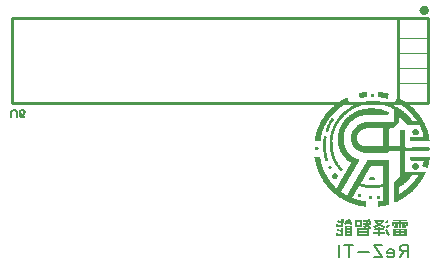
<source format=gbo>
G04 Layer: BottomSilkscreenLayer*
G04 EasyEDA Pro v2.2.32.3, 2024-10-30 17:40:40*
G04 Gerber Generator version 0.3*
G04 Scale: 100 percent, Rotated: No, Reflected: No*
G04 Dimensions in millimeters*
G04 Leading zeros omitted, absolute positions, 3 integers and 5 decimals*
%FSLAX35Y35*%
%MOMM*%
%ADD10C,0.1524*%
%ADD11C,0.203*%
%ADD12C,0.1*%
%ADD13C,0.254*%
%ADD14C,0.4*%
G75*


G04 Image Start*
G36*
G01X1561245Y399868D02*
G01X1562849Y399607D01*
G01X1563730Y398546D01*
G01X1564611Y397485D01*
G01X1565442Y397480D01*
G01X1566273Y397475D01*
G01X1574010Y393553D01*
G01X1581748Y389631D01*
G01X1591420Y384390D01*
G01X1601092Y379148D01*
G01X1605540Y376341D01*
G01X1609988Y373534D01*
G01X1616489Y369481D01*
G01X1622990Y365428D01*
G01X1628530Y361565D01*
G01X1634070Y357702D01*
G01X1638123Y354954D01*
G01X1642176Y352206D01*
G01X1652861Y343820D01*
G01X1663547Y335434D01*
G01X1672478Y327812D01*
G01X1681408Y320190D01*
G01X1696166Y305593D01*
G01X1710924Y290997D01*
G01X1718923Y281758D01*
G01X1726922Y272519D01*
G01X1731926Y266282D01*
G01X1736929Y260045D01*
G01X1740544Y255441D01*
G01X1744159Y250837D01*
G01X1746961Y246598D01*
G01X1749763Y242359D01*
G01X1753379Y237569D01*
G01X1756995Y232778D01*
G01X1761119Y226643D01*
G01X1765243Y220508D01*
G01X1768302Y215589D01*
G01X1771362Y210670D01*
G01X1774935Y204775D01*
G01X1778507Y198879D01*
G01X1778797Y198142D01*
G01X1779086Y197405D01*
G01X1783224Y190036D01*
G01X1787363Y182666D01*
G01X1788954Y179350D01*
G01X1790544Y176034D01*
G01X1793093Y170875D01*
G01X1795641Y165717D01*
G01X1799119Y157610D01*
G01X1802596Y149504D01*
G01X1803934Y146188D01*
G01X1805272Y142872D01*
G01X1806812Y139050D01*
G01X1808353Y135229D01*
G01X1808357Y134260D01*
G01X1808362Y133291D01*
G01X1809345Y131408D01*
G01X1810327Y129525D01*
G01X1812288Y123848D01*
G01X1814248Y118171D01*
G01X1814248Y116868D01*
G01X1814248Y115564D01*
G01X1815254Y114111D01*
G01X1816260Y112657D01*
G01X1818100Y106025D01*
G01X1819941Y99392D01*
G01X1820817Y96076D01*
G01X1821692Y92760D01*
G01X1823425Y86127D01*
G01X1825157Y79495D01*
G01X1825662Y75810D01*
G01X1826166Y72125D01*
G01X1827227Y68072D01*
G01X1828288Y64019D01*
G01X1829407Y57018D01*
G01X1830526Y50017D01*
G01X1831300Y41649D01*
G01X1832075Y33282D01*
G01X1831231Y32437D01*
G01X1830387Y31593D01*
G01X1750652Y31398D01*
G01X1670916Y31203D01*
G01X1670114Y32298D01*
G01X1669311Y33393D01*
G01X1669572Y46495D01*
G01X1669832Y59597D01*
G01X1670167Y60518D01*
G01X1670501Y61440D01*
G01X1723891Y61440D01*
G01X1777281Y61440D01*
G01X1778485Y61901D01*
G01X1779688Y62363D01*
G01X1779201Y69455D01*
G01X1778713Y76547D01*
G01X1776478Y85022D01*
G01X1774243Y93497D01*
G01X1773207Y97550D01*
G01X1772171Y101603D01*
G01X1771494Y103077D01*
G01X1770816Y104551D01*
G01X1767857Y113531D01*
G01X1764897Y122512D01*
G01X1763043Y126704D01*
G01X1761189Y130895D01*
G01X1761185Y131725D01*
G01X1761180Y132554D01*
G01X1760035Y134752D01*
G01X1758889Y136949D01*
G01X1757051Y141753D01*
G01X1755214Y146556D01*
G01X1754262Y148767D01*
G01X1753311Y150978D01*
G01X1750866Y156161D01*
G01X1748422Y161345D01*
G01X1746515Y162794D01*
G01X1744609Y164243D01*
G01X1695979Y164810D01*
G01X1647348Y165378D01*
G01X1644762Y167461D01*
G01X1642176Y169544D01*
G01X1640334Y172191D01*
G01X1638491Y174838D01*
G01X1627438Y186439D01*
G01X1616384Y198040D01*
G01X1610792Y203618D01*
G01X1605200Y209196D01*
G01X1599748Y214355D01*
G01X1594296Y219514D01*
G01X1587289Y225995D01*
G01X1580282Y232476D01*
G01X1578067Y232259D01*
G01X1575853Y232042D01*
G01X1575484Y210282D01*
G01X1575116Y188523D01*
G01X1573621Y186624D01*
G01X1572126Y184725D01*
G01X1565541Y178537D01*
G01X1558956Y172349D01*
G01X1540875Y154540D01*
G01X1522794Y136731D01*
G01X1522181Y136117D01*
G01X1521569Y135502D01*
G01X1503021Y135134D01*
G01X1484474Y134765D01*
G01X1484286Y60006D01*
G01X1484098Y-14753D01*
G01X1484655Y-15303D01*
G01X1485211Y-15853D01*
G01X1529060Y-16377D01*
G01X1572910Y-16902D01*
G01X1575302Y-15665D01*
G01X1577695Y-14428D01*
G01X1577750Y52431D01*
G01X1577804Y119289D01*
G01X1578302Y122606D01*
G01X1578800Y125922D01*
G01X1600121Y126118D01*
G01X1621441Y126313D01*
G01X1622033Y125381D01*
G01X1622625Y124448D01*
G01X1622648Y50754D01*
G01X1622670Y-22940D01*
G01X1623367Y-24046D01*
G01X1624064Y-25151D01*
G01X1631646Y-25626D01*
G01X1639228Y-26101D01*
G01X1718421Y-25775D01*
G01X1797614Y-25449D01*
G01X1800588Y-24042D01*
G01X1803563Y-22634D01*
G01X1807616Y-20392D01*
G01X1811669Y-18150D01*
G01X1816090Y-18157D01*
G01X1820512Y-18164D01*
G01X1824232Y-20298D01*
G01X1827952Y-22432D01*
G01X1829943Y-25305D01*
G01X1831934Y-28178D01*
G01X1831951Y-28875D01*
G01X1831967Y-29573D01*
G01X1833408Y-31415D01*
G01X1834849Y-33257D01*
G01X1834866Y-35720D01*
G01X1834882Y-38184D01*
G01X1833408Y-40057D01*
G01X1831934Y-41931D01*
G01X1831934Y-42836D01*
G01X1831934Y-43740D01*
G01X1829666Y-46605D01*
G01X1827398Y-49470D01*
G01X1824397Y-51497D01*
G01X1821396Y-53523D01*
G01X1816901Y-53512D01*
G01X1812406Y-53500D01*
G01X1807984Y-52433D01*
G01X1803563Y-51365D01*
G01X1713868Y-51339D01*
G01X1624173Y-51312D01*
G01X1623410Y-52738D01*
G01X1622648Y-54163D01*
G01X1622648Y-142135D01*
G01X1622648Y-230108D01*
G01X1623569Y-231351D01*
G01X1624490Y-232594D01*
G01X1710858Y-232781D01*
G01X1797225Y-232969D01*
G01X1798016Y-233759D01*
G01X1798806Y-234549D01*
G01X1795777Y-241497D01*
G01X1792748Y-248444D01*
G01X1786845Y-260235D01*
G01X1780942Y-272026D01*
G01X1779725Y-274232D01*
G01X1778507Y-276439D01*
G01X1774246Y-283999D01*
G01X1769985Y-291559D01*
G01X1768351Y-294041D01*
G01X1766716Y-296523D01*
G01X1764506Y-300078D01*
G01X1762295Y-303632D01*
G01X1761189Y-305321D01*
G01X1760084Y-307009D01*
G01X1755696Y-313468D01*
G01X1751309Y-319928D01*
G01X1747420Y-325086D01*
G01X1743532Y-330245D01*
G01X1737806Y-337567D01*
G01X1732081Y-344889D01*
G01X1728949Y-348621D01*
G01X1725818Y-352353D01*
G01X1724160Y-354243D01*
G01X1722501Y-356134D01*
G01X1718461Y-360876D01*
G01X1714422Y-365618D01*
G01X1707776Y-372500D01*
G01X1701130Y-379383D01*
G01X1690445Y-389904D01*
G01X1679759Y-400425D01*
G01X1675648Y-404024D01*
G01X1671537Y-407624D01*
G01X1668647Y-410161D01*
G01X1665758Y-412698D01*
G01X1659494Y-417702D01*
G01X1653230Y-422706D01*
G01X1652125Y-423704D01*
G01X1651019Y-424703D01*
G01X1646813Y-427770D01*
G01X1642607Y-430837D01*
G01X1642197Y-430837D01*
G01X1641787Y-430837D01*
G01X1637628Y-434224D01*
G01X1633470Y-437611D01*
G01X1624875Y-443252D01*
G01X1616280Y-448892D01*
G01X1612036Y-451472D01*
G01X1607793Y-454051D01*
G01X1604719Y-455990D01*
G01X1601645Y-457930D01*
G01X1596487Y-461077D01*
G01X1591328Y-464225D01*
G01X1588312Y-465873D01*
G01X1585295Y-467520D01*
G01X1582416Y-469334D01*
G01X1579537Y-471147D01*
G01X1566527Y-477522D01*
G01X1553517Y-483897D01*
G01X1552672Y-483897D01*
G01X1551826Y-483897D01*
G01X1549101Y-485362D01*
G01X1546376Y-486827D01*
G01X1543060Y-488201D01*
G01X1539743Y-489575D01*
G01X1536222Y-490522D01*
G01X1532700Y-491470D01*
G01X1532256Y-491025D01*
G01X1531811Y-490581D01*
G01X1531954Y-405000D01*
G01X1532096Y-319419D01*
G01X1532804Y-317556D01*
G01X1533512Y-315692D01*
G01X1552387Y-296807D01*
G01X1571262Y-277922D01*
G01X1574281Y-273944D01*
G01X1577300Y-269966D01*
G01X1577211Y-162218D01*
G01X1577122Y-54469D01*
G01X1576277Y-52891D01*
G01X1575432Y-51312D01*
G01X1530151Y-51312D01*
G01X1484871Y-51312D01*
G01X1484488Y-52971D01*
G01X1484105Y-54629D01*
G01X1483921Y-61210D01*
G01X1483737Y-67791D01*
G01X1481895Y-68228D01*
G01X1480052Y-68664D01*
G01X1376883Y-68637D01*
G01X1273713Y-68610D01*
G01X1270580Y-67363D01*
G01X1267446Y-66116D01*
G01X1262842Y-65303D01*
G01X1258238Y-64490D01*
G01X1254185Y-63346D01*
G01X1250132Y-62202D01*
G01X1246816Y-60899D01*
G01X1243499Y-59596D01*
G01X1239078Y-57937D01*
G01X1234656Y-56277D01*
G01X1232814Y-55123D01*
G01X1230972Y-53968D01*
G01X1226963Y-51821D01*
G01X1222954Y-49674D01*
G01X1219759Y-47362D01*
G01X1216564Y-45048D01*
G01X1211977Y-41495D01*
G01X1207390Y-37943D01*
G01X1200321Y-30693D01*
G01X1193253Y-23443D01*
G01X1190373Y-19256D01*
G01X1187493Y-15068D01*
G01X1185056Y-11266D01*
G01X1182620Y-7464D01*
G01X1178724Y642D01*
G01X1174829Y8748D01*
G01X1173345Y13170D01*
G01X1171861Y17592D01*
G01X1170317Y22750D01*
G01X1168774Y27909D01*
G01X1168019Y32699D01*
G01X1167265Y37489D01*
G01X1166509Y42789D01*
G01X1165754Y48088D01*
G01X1165754Y54627D01*
G01X1165754Y61165D01*
G01X1166940Y69593D01*
G01X1168127Y78021D01*
G01X1168720Y81337D01*
G01X1169315Y84653D01*
G01X1170503Y88338D01*
G01X1171692Y92023D01*
G01X1172851Y95707D01*
G01X1174011Y99392D01*
G01X1176217Y104551D01*
G01X1178424Y109709D01*
G01X1180243Y113394D01*
G01X1182062Y117079D01*
G01X1184409Y121186D01*
G01X1186756Y125293D01*
G01X1188230Y127320D01*
G01X1189704Y129347D01*
G01X1193887Y134636D01*
G01X1198071Y139924D01*
G01X1206784Y148549D01*
G01X1215496Y157174D01*
G01X1218075Y159029D01*
G01X1220655Y160885D01*
G01X1223602Y162892D01*
G01X1226550Y164899D01*
G01X1228024Y166157D01*
G01X1229498Y167415D01*
G01X1233919Y169809D01*
G01X1238341Y172203D01*
G01X1241657Y173860D01*
G01X1244973Y175517D01*
G01X1248289Y177024D01*
G01X1251606Y178530D01*
G01X1255659Y179964D01*
G01X1259712Y181397D01*
G01X1265976Y183317D01*
G01X1272239Y185237D01*
G01X1277030Y186030D01*
G01X1281819Y186823D01*
G01X1288452Y187439D01*
G01X1295084Y188055D01*
G01X1412765Y188124D01*
G01X1530445Y188193D01*
G01X1531028Y189115D01*
G01X1531611Y190036D01*
G01X1531834Y194826D01*
G01X1532056Y199616D01*
G01X1532446Y246412D01*
G01X1532836Y293208D01*
G01X1532391Y295581D01*
G01X1531947Y297954D01*
G01X1530110Y300138D01*
G01X1528273Y302321D01*
G01X1525533Y303209D01*
G01X1522794Y304098D01*
G01X1514477Y308049D01*
G01X1506160Y312000D01*
G01X1505265Y312004D01*
G01X1504371Y312009D01*
G01X1502160Y313474D01*
G01X1499949Y314938D01*
G01X1497983Y314943D01*
G01X1496016Y314947D01*
G01X1490245Y317810D01*
G01X1484474Y320672D01*
G01X1481526Y321420D01*
G01X1478579Y322168D01*
G01X1473420Y324125D01*
G01X1468262Y326082D01*
G01X1464577Y327015D01*
G01X1460892Y327947D01*
G01X1459419Y328744D01*
G01X1457945Y329541D01*
G01X1454260Y330076D01*
G01X1450575Y330612D01*
G01X1449154Y331351D01*
G01X1447732Y332090D01*
G01X1443627Y333043D01*
G01X1439522Y333996D01*
G01X1434363Y335149D01*
G01X1429205Y336302D01*
G01X1425152Y337347D01*
G01X1421098Y338392D01*
G01X1415972Y338865D01*
G01X1410845Y339339D01*
G01X1410048Y340000D01*
G01X1409252Y340662D01*
G01X1400436Y341127D01*
G01X1391621Y341592D01*
G01X1387568Y342824D01*
G01X1383515Y344057D01*
G01X1350354Y344054D01*
G01X1317192Y344052D01*
G01X1314045Y342764D01*
G01X1310898Y341477D01*
G01X1306423Y341477D01*
G01X1301948Y341477D01*
G01X1294831Y340063D01*
G01X1287715Y338648D01*
G01X1283662Y338133D01*
G01X1279609Y337617D01*
G01X1276875Y336231D01*
G01X1274141Y334845D01*
G01X1272059Y334845D01*
G01X1269978Y334845D01*
G01X1265784Y333371D01*
G01X1261591Y331897D01*
G01X1259202Y331897D01*
G01X1256813Y331897D01*
G01X1253473Y330654D01*
G01X1250132Y329411D01*
G01X1248374Y328075D01*
G01X1246617Y326738D01*
G01X1245206Y326738D01*
G01X1243795Y326738D01*
G01X1241805Y325754D01*
G01X1239815Y324770D01*
G01X1235590Y323862D01*
G01X1231365Y322954D01*
G01X1230953Y322287D01*
G01X1230541Y321620D01*
G01X1227440Y320810D01*
G01X1224339Y320001D01*
G01X1221392Y318677D01*
G01X1218444Y317354D01*
G01X1215753Y316150D01*
G01X1213063Y314947D01*
G01X1212253Y314947D01*
G01X1211444Y314947D01*
G01X1202048Y310239D01*
G01X1192652Y305530D01*
G01X1188827Y303422D01*
G01X1185003Y301314D01*
G01X1178142Y297320D01*
G01X1171281Y293325D01*
G01X1164280Y288650D01*
G01X1157279Y283974D01*
G01X1153226Y281014D01*
G01X1149173Y278055D01*
G01X1145857Y275728D01*
G01X1142541Y273401D01*
G01X1135171Y267492D01*
G01X1127802Y261584D01*
G01X1125591Y259621D01*
G01X1123381Y257658D01*
G01X1116946Y252014D01*
G01X1110512Y246369D01*
G01X1106998Y242797D01*
G01X1103484Y239224D01*
G01X1097921Y233422D01*
G01X1092358Y227620D01*
G01X1088709Y223209D01*
G01X1085060Y218798D01*
G01X1083378Y216945D01*
G01X1081696Y215092D01*
G01X1077534Y209565D01*
G01X1073373Y204038D01*
G01X1071110Y200930D01*
G01X1068848Y197821D01*
G01X1066053Y193929D01*
G01X1063257Y190036D01*
G01X1058405Y182666D01*
G01X1053553Y175297D01*
G01X1051536Y171612D01*
G01X1049519Y167928D01*
G01X1047823Y164980D01*
G01X1046127Y162032D01*
G01X1043024Y155768D01*
G01X1039922Y149504D01*
G01X1037531Y143977D01*
G01X1035140Y138450D01*
G01X1034559Y137713D01*
G01X1033978Y136976D01*
G01X1032436Y132388D01*
G01X1030893Y127800D01*
G01X1029052Y123776D01*
G01X1027212Y119752D01*
G01X1027212Y118778D01*
G01X1027212Y117803D01*
G01X1024936Y111546D01*
G01X1022661Y105288D01*
G01X1022028Y103077D01*
G01X1021396Y100866D01*
G01X1019799Y94602D01*
G01X1018202Y88338D01*
G01X1017235Y85390D01*
G01X1016268Y82442D01*
G01X1015792Y79126D01*
G01X1015317Y75810D01*
G01X1013939Y68441D01*
G01X1012562Y61071D01*
G01X1011736Y54439D01*
G01X1010910Y47806D01*
G01X1010149Y42279D01*
G01X1009389Y36752D01*
G01X1009751Y9854D01*
G01X1010114Y-17045D01*
G01X1010894Y-22572D01*
G01X1011675Y-28099D01*
G01X1012440Y-33994D01*
G01X1013205Y-39890D01*
G01X1013959Y-43206D01*
G01X1014712Y-46522D01*
G01X1015429Y-51610D01*
G01X1016146Y-56698D01*
G01X1017270Y-61559D01*
G01X1018394Y-66420D01*
G01X1019895Y-72315D01*
G01X1021396Y-78211D01*
G01X1022046Y-80422D01*
G01X1022695Y-82632D01*
G01X1024954Y-89116D01*
G01X1027212Y-95600D01*
G01X1027212Y-96650D01*
G01X1027212Y-97700D01*
G01X1028638Y-100852D01*
G01X1030065Y-104004D01*
G01X1031677Y-108425D01*
G01X1033290Y-112847D01*
G01X1036212Y-119480D01*
G01X1039135Y-126112D01*
G01X1042196Y-132376D01*
G01X1045257Y-138640D01*
G01X1048139Y-143799D01*
G01X1051022Y-148957D01*
G01X1052649Y-151537D01*
G01X1054276Y-154116D01*
G01X1060047Y-162959D01*
G01X1065819Y-171802D01*
G01X1067529Y-174013D01*
G01X1069239Y-176224D01*
G01X1069782Y-176961D01*
G01X1070326Y-177698D01*
G01X1074285Y-182488D01*
G01X1078244Y-187278D01*
G01X1084968Y-194486D01*
G01X1091693Y-201694D01*
G01X1093351Y-204792D01*
G01X1095009Y-207890D01*
G01X1095009Y-209783D01*
G01X1095009Y-211677D01*
G01X1092902Y-214953D01*
G01X1090795Y-218230D01*
G01X1088955Y-219917D01*
G01X1087114Y-221604D01*
G01X1084477Y-222032D01*
G01X1081839Y-222460D01*
G01X1078493Y-220840D01*
G01X1075147Y-219220D01*
G01X1070524Y-214001D01*
G01X1065900Y-208782D01*
G01X1064421Y-207242D01*
G01X1062942Y-205702D01*
G01X1058764Y-200175D01*
G01X1054585Y-194648D01*
G01X1053242Y-193169D01*
G01X1051899Y-191691D01*
G01X1047446Y-185800D01*
G01X1042993Y-179909D01*
G01X1038135Y-172539D01*
G01X1033276Y-165170D01*
G01X1027439Y-154853D01*
G01X1021601Y-144536D01*
G01X1018590Y-137535D01*
G01X1015578Y-130534D01*
G01X1013199Y-125007D01*
G01X1010821Y-119480D01*
G01X1009522Y-115795D01*
G01X1008223Y-112110D01*
G01X1004717Y-102161D01*
G01X1001210Y-92213D01*
G01X1000151Y-88528D01*
G01X999093Y-84843D01*
G01X997725Y-78948D01*
G01X996358Y-73052D01*
G01X994834Y-66788D01*
G01X993309Y-60524D01*
G01X992537Y-56103D01*
G01X991765Y-51681D01*
G01X990336Y-43206D01*
G01X988907Y-34731D01*
G01X987649Y-25888D01*
G01X986392Y-17045D01*
G01X986108Y9485D01*
G01X985825Y36015D01*
G01X986648Y43016D01*
G01X987471Y50017D01*
G01X988193Y55544D01*
G01X988915Y61071D01*
G01X989959Y67704D01*
G01X991003Y74336D01*
G01X992102Y80969D01*
G01X993201Y87601D01*
G01X994744Y93865D01*
G01X996288Y100129D01*
G01X997306Y104551D01*
G01X998324Y108972D01*
G01X999910Y113762D01*
G01X1001496Y118553D01*
G01X1002563Y120875D01*
G01X1003630Y123197D01*
G01X1003630Y123879D01*
G01X1003630Y124562D01*
G01X1006987Y133717D01*
G01X1010344Y142872D01*
G01X1012882Y148243D01*
G01X1015421Y153613D01*
G01X1015421Y154239D01*
G01X1015421Y154864D01*
G01X1019734Y163238D01*
G01X1024046Y171612D01*
G01X1027407Y177876D01*
G01X1030767Y184140D01*
G01X1032490Y187120D01*
G01X1034213Y190100D01*
G01X1036423Y193668D01*
G01X1038634Y197235D01*
G01X1041766Y201984D01*
G01X1044898Y206732D01*
G01X1044898Y207093D01*
G01X1044898Y207453D01*
G01X1048030Y211358D01*
G01X1051162Y215262D01*
G01X1052267Y216951D01*
G01X1053373Y218641D01*
G01X1055583Y221287D01*
G01X1057794Y223934D01*
G01X1058727Y224920D01*
G01X1059659Y225905D01*
G01X1061674Y228600D01*
G01X1063690Y231295D01*
G01X1065606Y233511D01*
G01X1067523Y235726D01*
G01X1076397Y245675D01*
G01X1085270Y255624D01*
G01X1094008Y264149D01*
G01X1102747Y272675D01*
G01X1106867Y276309D01*
G01X1110986Y279943D01*
G01X1114236Y282724D01*
G01X1117485Y285506D01*
G01X1124854Y291205D01*
G01X1132224Y296904D01*
G01X1135171Y298978D01*
G01X1138119Y301052D01*
G01X1142172Y303984D01*
G01X1146225Y306915D01*
G01X1152489Y311041D01*
G01X1158753Y315167D01*
G01X1161332Y316848D01*
G01X1163911Y318529D01*
G01X1170175Y322122D01*
G01X1176439Y325714D01*
G01X1188617Y331664D01*
G01X1200796Y337613D01*
G01X1205935Y339611D01*
G01X1211075Y341608D01*
G01X1215128Y343105D01*
G01X1219181Y344602D01*
G01X1222497Y345927D01*
G01X1225813Y347252D01*
G01X1234288Y349977D01*
G01X1242762Y352702D01*
G01X1246447Y353768D01*
G01X1250132Y354834D01*
G01X1257132Y356688D01*
G01X1264133Y358541D01*
G01X1270397Y359973D01*
G01X1276661Y361405D01*
G01X1281819Y362153D01*
G01X1286978Y362902D01*
G01X1291768Y363922D01*
G01X1296558Y364943D01*
G01X1303190Y365770D01*
G01X1309823Y366596D01*
G01X1314613Y367283D01*
G01X1319403Y367969D01*
G01X1340774Y368412D01*
G01X1362144Y368855D01*
G01X1375778Y368025D01*
G01X1389411Y367194D01*
G01X1395306Y366521D01*
G01X1401201Y365848D01*
G01X1407157Y365205D01*
G01X1413112Y364563D01*
G01X1413885Y364085D01*
G01X1414657Y363608D01*
G01X1422300Y362525D01*
G01X1429942Y361442D01*
G01X1438785Y359498D01*
G01X1447628Y357554D01*
G01X1452369Y356499D01*
G01X1457111Y355445D01*
G01X1467108Y352413D01*
G01X1477105Y349381D01*
G01X1482263Y347682D01*
G01X1487422Y345984D01*
G01X1492212Y344198D01*
G01X1497002Y342411D01*
G01X1504003Y339780D01*
G01X1511003Y337149D01*
G01X1518004Y334243D01*
G01X1525005Y331337D01*
G01X1536059Y326034D01*
G01X1547113Y320731D01*
G01X1550797Y318779D01*
G01X1554482Y316828D01*
G01X1557430Y315398D01*
G01X1560377Y313968D01*
G01X1561483Y313066D01*
G01X1562588Y312165D01*
G01X1566641Y310109D01*
G01X1570694Y308053D01*
G01X1574747Y305472D01*
G01X1578800Y302892D01*
G01X1583959Y299497D01*
G01X1589117Y296103D01*
G01X1599322Y288391D01*
G01X1609526Y280680D01*
G01X1611174Y279574D01*
G01X1612823Y278469D01*
G01X1613937Y277363D01*
G01X1615050Y276258D01*
G01X1623431Y269257D01*
G01X1631812Y262256D01*
G01X1644039Y250097D01*
G01X1656267Y237937D01*
G01X1660276Y233478D01*
G01X1664284Y229019D01*
G01X1672878Y219108D01*
G01X1681473Y209196D01*
G01X1686143Y203361D01*
G01X1690813Y197526D01*
G01X1692864Y196014D01*
G01X1694915Y194502D01*
G01X1710182Y194480D01*
G01X1725449Y194458D01*
G01X1725679Y196851D01*
G01X1725910Y199245D01*
G01X1723100Y203688D01*
G01X1720290Y208130D01*
G01X1716974Y212499D01*
G01X1713658Y216868D01*
G01X1710357Y221139D01*
G01X1707056Y225409D01*
G01X1703293Y229831D01*
G01X1699531Y234252D01*
G01X1695446Y239779D01*
G01X1691361Y245306D01*
G01X1686943Y249840D01*
G01X1682524Y254373D01*
G01X1680425Y257209D01*
G01X1678326Y260045D01*
G01X1675358Y263021D01*
G01X1672390Y265996D01*
G01X1665314Y273338D01*
G01X1658239Y280680D01*
G01X1652802Y285838D01*
G01X1647366Y290997D01*
G01X1644309Y293235D01*
G01X1641252Y295473D01*
G01X1638718Y298083D01*
G01X1636184Y300693D01*
G01X1631995Y303855D01*
G01X1627806Y307018D01*
G01X1627806Y307577D01*
G01X1627806Y308136D01*
G01X1625668Y309022D01*
G01X1623530Y309907D01*
G01X1621799Y311762D01*
G01X1620068Y313617D01*
G01X1617489Y314986D01*
G01X1614910Y316355D01*
G01X1609751Y320787D01*
G01X1604593Y325218D01*
G01X1594276Y332126D01*
G01X1583959Y339034D01*
G01X1578800Y341799D01*
G01X1573642Y344565D01*
G01X1572168Y345881D01*
G01X1570694Y347196D01*
G01X1557430Y353984D01*
G01X1544165Y360772D01*
G01X1542922Y361995D01*
G01X1541679Y363217D01*
G01X1541280Y365059D01*
G01X1540881Y366902D01*
G01X1544483Y373534D01*
G01X1548085Y380167D01*
G01X1553098Y389912D01*
G01X1558111Y399658D01*
G01X1558876Y399894D01*
G01X1559640Y400130D01*
G01X1561245Y399868D01*
G37*
%LPC*%
G36*
G01X1290821Y135117D02*
G01X1284347Y134375D01*
G01X1277925Y132609D01*
G01X1271503Y130843D01*
G01X1267818Y129525D01*
G01X1264133Y128206D01*
G01X1258617Y125319D01*
G01X1253101Y122431D01*
G01X1248903Y119132D01*
G01X1244704Y115834D01*
G01X1238943Y108854D01*
G01X1233182Y101874D01*
G01X1230385Y97685D01*
G01X1227588Y93497D01*
G01X1225091Y88277D01*
G01X1222594Y83058D01*
G01X1220541Y76118D01*
G01X1218487Y69177D01*
G01X1218513Y55544D01*
G01X1218539Y41911D01*
G01X1220573Y35094D01*
G01X1222606Y28278D01*
G01X1225191Y23303D01*
G01X1227775Y18329D01*
G01X1230219Y14644D01*
G01X1232662Y10959D01*
G01X1236553Y6911D01*
G01X1240444Y2863D01*
G01X1244919Y-719D01*
G01X1249395Y-4300D01*
G01X1252343Y-5784D01*
G01X1255290Y-7268D01*
G01X1256396Y-8214D01*
G01X1257501Y-9160D01*
G01X1266713Y-12365D01*
G01X1275924Y-15571D01*
G01X1355585Y-15780D01*
G01X1435247Y-15989D01*
G01X1436094Y-14968D01*
G01X1436941Y-13947D01*
G01X1436960Y59747D01*
G01X1436980Y133442D01*
G01X1436514Y134656D01*
G01X1436048Y135871D01*
G01X1366671Y135865D01*
G01X1297295Y135859D01*
G01X1290821Y135117D01*
G37*
G36*
G01X1680255Y-264886D02*
G01X1678285Y-266958D01*
G01X1674242Y-271667D01*
G01X1670199Y-276377D01*
G01X1668347Y-279107D01*
G01X1666495Y-281838D01*
G01X1659494Y-289439D01*
G01X1652493Y-297040D01*
G01X1645861Y-303979D01*
G01X1639228Y-310919D01*
G01X1632596Y-317345D01*
G01X1625964Y-323771D01*
G01X1618508Y-330324D01*
G01X1611053Y-336877D01*
G01X1605752Y-340930D01*
G01X1600452Y-344984D01*
G01X1599099Y-346196D01*
G01X1597747Y-347408D01*
G01X1586615Y-355684D01*
G01X1575484Y-363961D01*
G01X1575484Y-391135D01*
G01X1575484Y-418309D01*
G01X1576511Y-418309D01*
G01X1577539Y-418309D01*
G01X1585359Y-413335D01*
G01X1593179Y-408361D01*
G01X1594907Y-407255D01*
G01X1596635Y-406150D01*
G01X1598772Y-404700D01*
G01X1600908Y-403250D01*
G01X1609268Y-396962D01*
G01X1617628Y-390674D01*
G01X1619265Y-389569D01*
G01X1620902Y-388463D01*
G01X1627486Y-383305D01*
G01X1634070Y-378148D01*
G01X1647703Y-365984D01*
G01X1661336Y-353820D01*
G01X1669074Y-345711D01*
G01X1676812Y-337601D01*
G01X1680252Y-333923D01*
G01X1683693Y-330245D01*
G01X1686025Y-327302D01*
G01X1688357Y-324360D01*
G01X1688876Y-323986D01*
G01X1689395Y-323612D01*
G01X1698210Y-312295D01*
G01X1707025Y-300978D01*
G01X1712439Y-293503D01*
G01X1717852Y-286028D01*
G01X1718339Y-285660D01*
G01X1718825Y-285291D01*
G01X1721813Y-281238D01*
G01X1724802Y-277185D01*
G01X1727156Y-273034D01*
G01X1729511Y-268883D01*
G01X1730612Y-267969D01*
G01X1731712Y-267056D01*
G01X1731712Y-265427D01*
G01X1731712Y-263797D01*
G01X1731221Y-263306D01*
G01X1730730Y-262815D01*
G01X1706477Y-262815D01*
G01X1682225Y-262815D01*
G01X1680255Y-264886D01*
G37*
%LPD*%
G36*
G01X1369514Y304930D02*
G01X1379094Y303962D01*
G01X1387937Y303244D01*
G01X1396780Y302525D01*
G01X1402307Y301398D01*
G01X1407834Y300270D01*
G01X1411887Y299462D01*
G01X1415940Y298654D01*
G01X1420361Y297711D01*
G01X1424783Y296769D01*
G01X1428468Y295639D01*
G01X1432152Y294510D01*
G01X1437679Y292869D01*
G01X1443206Y291229D01*
G01X1445417Y290474D01*
G01X1447628Y289719D01*
G01X1455365Y286933D01*
G01X1463103Y284147D01*
G01X1467156Y282530D01*
G01X1471209Y280914D01*
G01X1474157Y279931D01*
G01X1477105Y278948D01*
G01X1480002Y277430D01*
G01X1482899Y275912D01*
G01X1483491Y274980D01*
G01X1484083Y274047D01*
G01X1484094Y264430D01*
G01X1484106Y254813D01*
G01X1483221Y253929D01*
G01X1482337Y253044D01*
G01X1390921Y253038D01*
G01X1299506Y253033D01*
G01X1291031Y251966D01*
G01X1282556Y250899D01*
G01X1277030Y250107D01*
G01X1271503Y249316D01*
G01X1267818Y248280D01*
G01X1264133Y247245D01*
G01X1256027Y245055D01*
G01X1247921Y242865D01*
G01X1244605Y241658D01*
G01X1241289Y240450D01*
G01X1238966Y239378D01*
G01X1236644Y238305D01*
G01X1235796Y238305D01*
G01X1234948Y238305D01*
G01X1232223Y236888D01*
G01X1229498Y235470D01*
G01X1222129Y231914D01*
G01X1214759Y228358D01*
G01X1207390Y224060D01*
G01X1200021Y219761D01*
G01X1196336Y217288D01*
G01X1192652Y214815D01*
G01X1190209Y213111D01*
G01X1187766Y211407D01*
G01X1181734Y206713D01*
G01X1175702Y202020D01*
G01X1169885Y196765D01*
G01X1164067Y191510D01*
G01X1160305Y187682D01*
G01X1156542Y183854D01*
G01X1153996Y181137D01*
G01X1151449Y178419D01*
G01X1146447Y172068D01*
G01X1141445Y165717D01*
G01X1140599Y164715D01*
G01X1139753Y163714D01*
G01X1135447Y157222D01*
G01X1131141Y150730D01*
G01X1130275Y148827D01*
G01X1129408Y146925D01*
G01X1128892Y146925D01*
G01X1128376Y146925D01*
G01X1125684Y141213D01*
G01X1122992Y135502D01*
G01X1122300Y134397D01*
G01X1121608Y133291D01*
G01X1120378Y130344D01*
G01X1119149Y127396D01*
G01X1117399Y123711D01*
G01X1115649Y120026D01*
G01X1113853Y114444D01*
G01X1112057Y108861D01*
G01X1110995Y106337D01*
G01X1109934Y103814D01*
G01X1108411Y97181D01*
G01X1106888Y90549D01*
G01X1105186Y83548D01*
G01X1103484Y76547D01*
G01X1103487Y51491D01*
G01X1103491Y26435D01*
G01X1105214Y18697D01*
G01X1106936Y10959D01*
G01X1108787Y3332D01*
G01X1110637Y-4295D01*
G01X1111602Y-6248D01*
G01X1112566Y-8201D01*
G01X1114156Y-13728D01*
G01X1115746Y-19255D01*
G01X1116446Y-20361D01*
G01X1117146Y-21466D01*
G01X1118283Y-24046D01*
G01X1119420Y-26625D01*
G01X1120514Y-29204D01*
G01X1121608Y-31784D01*
G01X1122300Y-32889D01*
G01X1122992Y-33994D01*
G01X1125203Y-38549D01*
G01X1127415Y-43104D01*
G01X1129514Y-46287D01*
G01X1131613Y-49470D01*
G01X1135953Y-56103D01*
G01X1140293Y-62735D01*
G01X1141244Y-63720D01*
G01X1142194Y-64705D01*
G01X1144198Y-67405D01*
G01X1146201Y-70104D01*
G01X1155793Y-79977D01*
G01X1165385Y-89850D01*
G01X1174965Y-97482D01*
G01X1184545Y-105114D01*
G01X1186909Y-106237D01*
G01X1189273Y-107359D01*
G01X1189687Y-108030D01*
G01X1190102Y-108701D01*
G01X1195061Y-111031D01*
G01X1200021Y-113361D01*
G01X1201126Y-114258D01*
G01X1202232Y-115155D01*
G01X1209232Y-118143D01*
G01X1216233Y-121131D01*
G01X1220286Y-122645D01*
G01X1224339Y-124160D01*
G01X1226784Y-124653D01*
G01X1229229Y-125146D01*
G01X1231206Y-126177D01*
G01X1233182Y-127208D01*
G01X1235025Y-127224D01*
G01X1236867Y-127240D01*
G01X1237931Y-127913D01*
G01X1238994Y-128586D01*
G01X1238055Y-130665D01*
G01X1237116Y-132744D01*
G01X1231833Y-141821D01*
G01X1226550Y-150897D01*
G01X1224708Y-154040D01*
G01X1222865Y-157184D01*
G01X1218444Y-164737D01*
G01X1214022Y-172291D01*
G01X1212608Y-174626D01*
G01X1211193Y-176961D01*
G01X1208410Y-181751D01*
G01X1205626Y-186541D01*
G01X1202597Y-192068D01*
G01X1199567Y-197595D01*
G01X1196846Y-202194D01*
G01X1194125Y-206792D01*
G01X1188759Y-216196D01*
G01X1183392Y-225599D01*
G01X1182684Y-226705D01*
G01X1181976Y-227810D01*
G01X1179473Y-232600D01*
G01X1176970Y-237390D01*
G01X1174310Y-241427D01*
G01X1171649Y-245463D01*
G01X1171649Y-246311D01*
G01X1171649Y-247158D01*
G01X1170726Y-247925D01*
G01X1169803Y-248691D01*
G01X1167232Y-253726D01*
G01X1164662Y-258761D01*
G01X1162260Y-262429D01*
G01X1159858Y-266097D01*
G01X1159858Y-266945D01*
G01X1159858Y-267793D01*
G01X1158806Y-268666D01*
G01X1157754Y-269539D01*
G01X1155776Y-273362D01*
G01X1153798Y-277185D01*
G01X1152878Y-278290D01*
G01X1151958Y-279396D01*
G01X1149091Y-284458D01*
G01X1146225Y-289519D01*
G01X1144125Y-293301D01*
G01X1142024Y-297082D01*
G01X1141075Y-298188D01*
G01X1140127Y-299293D01*
G01X1137752Y-304038D01*
G01X1135378Y-308784D01*
G01X1134021Y-310671D01*
G01X1132664Y-312558D01*
G01X1130970Y-315677D01*
G01X1129276Y-318797D01*
G01X1123933Y-328017D01*
G01X1118591Y-337238D01*
G01X1118591Y-337737D01*
G01X1118591Y-338235D01*
G01X1117575Y-339399D01*
G01X1116560Y-340562D01*
G01X1113905Y-345528D01*
G01X1111250Y-350495D01*
G01X1109551Y-353266D01*
G01X1107853Y-356038D01*
G01X1106909Y-357880D01*
G01X1105964Y-359722D01*
G01X1104574Y-362238D01*
G01X1103183Y-364754D01*
G01X1099945Y-370344D01*
G01X1096707Y-375935D01*
G01X1095149Y-378514D01*
G01X1093590Y-381094D01*
G01X1091656Y-384697D01*
G01X1089721Y-388301D01*
G01X1086838Y-392524D01*
G01X1083955Y-396748D01*
G01X1083955Y-398636D01*
G01X1083955Y-400523D01*
G01X1085313Y-400954D01*
G01X1086671Y-401385D01*
G01X1090463Y-404136D01*
G01X1094254Y-406887D01*
G01X1097764Y-409050D01*
G01X1101273Y-411212D01*
G01X1107201Y-414945D01*
G01X1113130Y-418678D01*
G01X1114571Y-419560D01*
G01X1116011Y-420441D01*
G01X1122275Y-424046D01*
G01X1128539Y-427650D01*
G01X1130168Y-428062D01*
G01X1131797Y-428473D01*
G01X1133564Y-426155D01*
G01X1135331Y-423836D01*
G01X1137362Y-419783D01*
G01X1139392Y-415730D01*
G01X1140385Y-414599D01*
G01X1141377Y-413468D01*
G01X1143700Y-409072D01*
G01X1146024Y-404676D01*
G01X1146885Y-403570D01*
G01X1147746Y-402465D01*
G01X1149490Y-399149D01*
G01X1151234Y-395833D01*
G01X1152144Y-394727D01*
G01X1153054Y-393622D01*
G01X1154700Y-390305D01*
G01X1156346Y-386989D01*
G01X1160350Y-379988D01*
G01X1164354Y-372987D01*
G01X1165023Y-371882D01*
G01X1165693Y-370777D01*
G01X1170698Y-362107D01*
G01X1175702Y-353438D01*
G01X1178281Y-348755D01*
G01X1180861Y-344073D01*
G01X1181691Y-343055D01*
G01X1182522Y-342036D01*
G01X1184874Y-337614D01*
G01X1187226Y-333193D01*
G01X1190416Y-328034D01*
G01X1193607Y-322875D01*
G01X1199762Y-312357D01*
G01X1205916Y-301839D01*
G01X1208658Y-297250D01*
G01X1211399Y-292661D01*
G01X1212711Y-290081D01*
G01X1214022Y-287502D01*
G01X1218812Y-279552D01*
G01X1223602Y-271602D01*
G01X1225700Y-267761D01*
G01X1227798Y-263920D01*
G01X1234420Y-252866D01*
G01X1241042Y-241812D01*
G01X1241661Y-240706D01*
G01X1242280Y-239601D01*
G01X1244659Y-235548D01*
G01X1247038Y-231495D01*
G01X1248318Y-229284D01*
G01X1249597Y-227073D01*
G01X1254878Y-217861D01*
G01X1260160Y-208649D01*
G01X1260820Y-207544D01*
G01X1261480Y-206439D01*
G01X1265755Y-199202D01*
G01X1270029Y-191966D01*
G01X1271871Y-188780D01*
G01X1273713Y-185594D01*
G01X1276495Y-180541D01*
G01X1279277Y-175487D01*
G01X1280734Y-173276D01*
G01X1282191Y-171065D01*
G01X1283248Y-168805D01*
G01X1284306Y-166545D01*
G01X1286932Y-162558D01*
G01X1289557Y-158571D01*
G01X1289557Y-157931D01*
G01X1289557Y-157291D01*
G01X1291039Y-155209D01*
G01X1292522Y-153128D01*
G01X1294736Y-148832D01*
G01X1296949Y-144536D01*
G01X1297859Y-143105D01*
G01X1298769Y-141674D01*
G01X1301209Y-137726D01*
G01X1303649Y-133779D01*
G01X1305494Y-133078D01*
G01X1307339Y-132376D01*
G01X1393832Y-132376D01*
G01X1480325Y-132376D01*
G01X1482215Y-133095D01*
G01X1484106Y-133813D01*
G01X1484106Y-321293D01*
G01X1484106Y-508773D01*
G01X1483166Y-509552D01*
G01X1482227Y-510332D01*
G01X1478929Y-511449D01*
G01X1475631Y-512566D01*
G01X1472315Y-513062D01*
G01X1468999Y-513557D01*
G01X1466788Y-514523D01*
G01X1464577Y-515489D01*
G01X1456471Y-517112D01*
G01X1448365Y-518735D01*
G01X1444680Y-519325D01*
G01X1440995Y-519915D01*
G01X1438416Y-520713D01*
G01X1435837Y-521512D01*
G01X1430678Y-522286D01*
G01X1425520Y-523060D01*
G01X1421098Y-523775D01*
G01X1416677Y-524490D01*
G01X1410413Y-525161D01*
G01X1404149Y-525833D01*
G01X1400465Y-526624D01*
G01X1396780Y-527415D01*
G01X1395490Y-525840D01*
G01X1394201Y-524266D01*
G01X1394201Y-508237D01*
G01X1394201Y-492209D01*
G01X1393740Y-488849D01*
G01X1393279Y-485488D01*
G01X1395115Y-483653D01*
G01X1396951Y-481817D01*
G01X1401287Y-481370D01*
G01X1405623Y-480922D01*
G01X1409308Y-479835D01*
G01X1412992Y-478747D01*
G01X1422941Y-477700D01*
G01X1432889Y-476653D01*
G01X1434916Y-475872D01*
G01X1436942Y-475090D01*
G01X1436942Y-417936D01*
G01X1436942Y-360782D01*
G01X1435832Y-360356D01*
G01X1434722Y-359930D01*
G01X1430121Y-360696D01*
G01X1425520Y-361462D01*
G01X1418151Y-362957D01*
G01X1410781Y-364452D01*
G01X1406728Y-365202D01*
G01X1402675Y-365951D01*
G01X1394201Y-367106D01*
G01X1385726Y-368261D01*
G01X1368040Y-369030D01*
G01X1350354Y-369799D01*
G01X1335615Y-369307D01*
G01X1320877Y-368816D01*
G01X1315718Y-368218D01*
G01X1310560Y-367620D01*
G01X1300980Y-366425D01*
G01X1291400Y-365230D01*
G01X1289557Y-364549D01*
G01X1287715Y-363868D01*
G01X1285136Y-363423D01*
G01X1282556Y-362978D01*
G01X1275924Y-361461D01*
G01X1269292Y-359943D01*
G01X1264502Y-358629D01*
G01X1259712Y-357315D01*
G01X1254553Y-355745D01*
G01X1249395Y-354174D01*
G01X1247969Y-354185D01*
G01X1246543Y-354195D01*
G01X1241559Y-351616D01*
G01X1236575Y-349037D01*
G01X1235616Y-349046D01*
G01X1234656Y-349056D01*
G01X1232448Y-353652D01*
G01X1230240Y-358249D01*
G01X1226674Y-364144D01*
G01X1223108Y-370040D01*
G01X1220199Y-375567D01*
G01X1217290Y-381094D01*
G01X1215522Y-384041D01*
G01X1213755Y-386989D01*
G01X1212579Y-389200D01*
G01X1211404Y-391411D01*
G01X1210475Y-392885D01*
G01X1209547Y-394359D01*
G01X1207534Y-398043D01*
G01X1205520Y-401728D01*
G01X1203252Y-405781D01*
G01X1200984Y-409834D01*
G01X1198573Y-413519D01*
G01X1196162Y-417204D01*
G01X1195648Y-418858D01*
G01X1195134Y-420511D01*
G01X1194153Y-421492D01*
G01X1193172Y-422473D01*
G01X1191021Y-426471D01*
G01X1188870Y-430469D01*
G01X1185234Y-436554D01*
G01X1181598Y-442639D01*
G01X1179952Y-445397D01*
G01X1178306Y-448155D01*
G01X1178294Y-449479D01*
G01X1178281Y-450803D01*
G01X1182150Y-452604D01*
G01X1186019Y-454405D01*
G01X1187145Y-454412D01*
G01X1188271Y-454419D01*
G01X1189724Y-455393D01*
G01X1191178Y-456366D01*
G01X1196705Y-458255D01*
G01X1202232Y-460144D01*
G01X1210706Y-462805D01*
G01X1219181Y-465465D01*
G01X1222931Y-466165D01*
G01X1226681Y-466864D01*
G01X1229563Y-467953D01*
G01X1232445Y-469042D01*
G01X1238709Y-470531D01*
G01X1244973Y-472021D01*
G01X1249763Y-473199D01*
G01X1254553Y-474377D01*
G01X1258054Y-475084D01*
G01X1261554Y-475791D01*
G01X1265423Y-476541D01*
G01X1269292Y-477292D01*
G01X1275556Y-478066D01*
G01X1281819Y-478840D01*
G01X1284598Y-479894D01*
G01X1287376Y-480949D01*
G01X1290168Y-480949D01*
G01X1292960Y-480949D01*
G01X1294391Y-481995D01*
G01X1295821Y-483041D01*
G01X1295821Y-503989D01*
G01X1295821Y-524938D01*
G01X1294928Y-526015D01*
G01X1294035Y-527092D01*
G01X1289769Y-526528D01*
G01X1285504Y-525964D01*
G01X1278872Y-525191D01*
G01X1272239Y-524419D01*
G01X1265607Y-523293D01*
G01X1258975Y-522168D01*
G01X1254553Y-521345D01*
G01X1250132Y-520522D01*
G01X1248289Y-519630D01*
G01X1246447Y-518739D01*
G01X1237972Y-517076D01*
G01X1229498Y-515412D01*
G01X1227287Y-514485D01*
G01X1225076Y-513557D01*
G01X1221803Y-513066D01*
G01X1218529Y-512575D01*
G01X1214802Y-511463D01*
G01X1211075Y-510351D01*
G01X1205179Y-508605D01*
G01X1199284Y-506859D01*
G01X1194494Y-505386D01*
G01X1189704Y-503913D01*
G01X1187493Y-502753D01*
G01X1185282Y-501593D01*
G01X1184171Y-501588D01*
G01X1183059Y-501584D01*
G01X1177170Y-499464D01*
G01X1171281Y-497344D01*
G01X1164280Y-494716D01*
G01X1157279Y-492088D01*
G01X1150278Y-489214D01*
G01X1143278Y-486341D01*
G01X1125223Y-477372D01*
G01X1107168Y-468403D01*
G01X1104589Y-466894D01*
G01X1102010Y-465385D01*
G01X1098694Y-463569D01*
G01X1095377Y-461753D01*
G01X1092798Y-460183D01*
G01X1090219Y-458613D01*
G01X1088745Y-457793D01*
G01X1087271Y-456973D01*
G01X1085060Y-455572D01*
G01X1082850Y-454170D01*
G01X1075632Y-449321D01*
G01X1068414Y-444471D01*
G01X1066052Y-443019D01*
G01X1063690Y-441568D01*
G01X1054110Y-434595D01*
G01X1044530Y-427621D01*
G01X1039376Y-423518D01*
G01X1034222Y-419415D01*
G01X1032237Y-417941D01*
G01X1030252Y-416467D01*
G01X1025600Y-412483D01*
G01X1020948Y-408498D01*
G01X1013960Y-402165D01*
G01X1006973Y-395833D01*
G01X995153Y-384041D01*
G01X983333Y-372250D01*
G01X980196Y-368615D01*
G01X977059Y-364979D01*
G01X973580Y-361240D01*
G01X970100Y-357500D01*
G01X967050Y-353821D01*
G01X964000Y-350142D01*
G01X961359Y-346826D01*
G01X958717Y-343510D01*
G01X954134Y-337614D01*
G01X949551Y-331719D01*
G01X949027Y-331350D01*
G01X948503Y-330982D01*
G01X945858Y-327297D01*
G01X943214Y-323612D01*
G01X940595Y-319676D01*
G01X937976Y-315739D01*
G01X937230Y-314886D01*
G01X936484Y-314032D01*
G01X933124Y-308873D01*
G01X929763Y-303715D01*
G01X927595Y-300030D01*
G01X925427Y-296345D01*
G01X922142Y-291187D01*
G01X918856Y-286028D01*
G01X917766Y-283817D01*
G01X916676Y-281607D01*
G01X915385Y-279645D01*
G01X914094Y-277683D01*
G01X911833Y-273749D01*
G01X909573Y-269816D01*
G01X903466Y-257288D01*
G01X897359Y-244760D01*
G01X896251Y-242549D01*
G01X895143Y-240338D01*
G01X892973Y-234471D01*
G01X890803Y-228604D01*
G01X890198Y-227839D01*
G01X889592Y-227073D01*
G01X887566Y-221177D01*
G01X885540Y-215282D01*
G01X884214Y-212334D01*
G01X882888Y-209386D01*
G01X880990Y-202462D01*
G01X879091Y-195537D01*
G01X878421Y-194724D01*
G01X877752Y-193911D01*
G01X876535Y-189489D01*
G01X875318Y-185067D01*
G01X874233Y-180693D01*
G01X873148Y-176319D01*
G01X872440Y-175466D01*
G01X871732Y-174612D01*
G01X870621Y-169338D01*
G01X869510Y-164065D01*
G01X868415Y-158878D01*
G01X867321Y-153692D01*
G01X866617Y-152376D01*
G01X865912Y-151059D01*
G01X864728Y-144850D01*
G01X863543Y-138640D01*
G01X862540Y-132744D01*
G01X861538Y-126849D01*
G01X860639Y-123164D01*
G01X859741Y-119480D01*
G01X858362Y-114575D01*
G01X856982Y-109670D01*
G01X856982Y-108127D01*
G01X856982Y-106583D01*
G01X858456Y-105109D01*
G01X859930Y-103635D01*
G01X880516Y-103635D01*
G01X901102Y-103635D01*
G01X902901Y-104320D01*
G01X904701Y-105004D01*
G01X905529Y-107377D01*
G01X906356Y-109751D01*
G01X906356Y-111878D01*
G01X906356Y-114006D01*
G01X907759Y-120059D01*
G01X909163Y-126112D01*
G01X909996Y-131271D01*
G01X910830Y-136429D01*
G01X911873Y-140851D01*
G01X912917Y-145272D01*
G01X913743Y-148220D01*
G01X914569Y-151168D01*
G01X915271Y-155090D01*
G01X915973Y-159011D01*
G01X917892Y-165407D01*
G01X919812Y-171802D01*
G01X920824Y-175487D01*
G01X921835Y-179172D01*
G01X924049Y-185436D01*
G01X926262Y-191700D01*
G01X928552Y-198671D01*
G01X930842Y-205641D01*
G01X931776Y-207145D01*
G01X932710Y-208649D01*
G01X933203Y-210768D01*
G01X933697Y-212887D01*
G01X936669Y-219243D01*
G01X939642Y-225599D01*
G01X940794Y-228178D01*
G01X941945Y-230758D01*
G01X942464Y-231863D01*
G01X942983Y-232969D01*
G01X947632Y-241812D01*
G01X952282Y-250655D01*
G01X953656Y-253234D01*
G01X955029Y-255814D01*
G01X957038Y-259188D01*
G01X959046Y-262563D01*
G01X962731Y-268604D01*
G01X966415Y-274645D01*
G01X967542Y-276652D01*
G01X968668Y-278659D01*
G01X971745Y-283449D01*
G01X974821Y-288239D01*
G01X977251Y-291786D01*
G01X979680Y-295333D01*
G01X982772Y-299524D01*
G01X985863Y-303715D01*
G01X988900Y-307768D01*
G01X991936Y-311821D01*
G01X996380Y-317717D01*
G01X1000823Y-323612D01*
G01X1004235Y-327665D01*
G01X1007647Y-331719D01*
G01X1014298Y-339014D01*
G01X1020948Y-346309D01*
G01X1030861Y-356148D01*
G01X1040773Y-365986D01*
G01X1042367Y-365986D01*
G01X1043961Y-365986D01*
G01X1045822Y-363223D01*
G01X1047684Y-360459D01*
G01X1052286Y-352353D01*
G01X1056888Y-344247D01*
G01X1057710Y-343227D01*
G01X1058531Y-342207D01*
G01X1061110Y-337580D01*
G01X1063690Y-332953D01*
G01X1067006Y-327283D01*
G01X1070322Y-321613D01*
G01X1072901Y-316980D01*
G01X1075480Y-312346D01*
G01X1078797Y-306676D01*
G01X1082113Y-301006D01*
G01X1084692Y-296380D01*
G01X1087271Y-291753D01*
G01X1088105Y-290733D01*
G01X1088939Y-289713D01*
G01X1090843Y-285918D01*
G01X1092748Y-282124D01*
G01X1094984Y-278811D01*
G01X1097220Y-275497D01*
G01X1097220Y-274782D01*
G01X1097220Y-274068D01*
G01X1098655Y-272242D01*
G01X1100091Y-270417D01*
G01X1102762Y-265326D01*
G01X1105433Y-260235D01*
G01X1108143Y-255637D01*
G01X1110853Y-251039D01*
G01X1116196Y-241823D01*
G01X1121538Y-232608D01*
G01X1121538Y-232109D01*
G01X1121538Y-231611D01*
G01X1122561Y-230447D01*
G01X1123584Y-229284D01*
G01X1125625Y-225231D01*
G01X1127665Y-221177D01*
G01X1130129Y-217368D01*
G01X1132592Y-213558D01*
G01X1132592Y-213016D01*
G01X1132592Y-212473D01*
G01X1135806Y-207614D01*
G01X1139020Y-202754D01*
G01X1140383Y-200543D01*
G01X1141746Y-198332D01*
G01X1144052Y-193911D01*
G01X1146358Y-189489D01*
G01X1148747Y-185123D01*
G01X1151136Y-180757D01*
G01X1152830Y-178490D01*
G01X1154523Y-176224D01*
G01X1158221Y-169080D01*
G01X1161919Y-161935D01*
G01X1164267Y-158665D01*
G01X1166616Y-155395D01*
G01X1166369Y-153650D01*
G01X1166122Y-151905D01*
G01X1162619Y-149694D01*
G01X1159117Y-147483D01*
G01X1150929Y-142153D01*
G01X1142742Y-136822D01*
G01X1134535Y-129885D01*
G01X1126328Y-122948D01*
G01X1121170Y-117522D01*
G01X1116011Y-112095D01*
G01X1111590Y-107036D01*
G01X1107168Y-101978D01*
G01X1104220Y-98837D01*
G01X1101273Y-95696D01*
G01X1099547Y-94813D01*
G01X1097820Y-93930D01*
G01X1096055Y-89939D01*
G01X1094291Y-85949D01*
G01X1093529Y-85949D01*
G01X1092767Y-85949D01*
G01X1091954Y-83922D01*
G01X1091141Y-81896D01*
G01X1090321Y-80053D01*
G01X1089501Y-78211D01*
G01X1087560Y-75632D01*
G01X1085620Y-73052D01*
G01X1082988Y-67894D01*
G01X1080356Y-62735D01*
G01X1076930Y-55366D01*
G01X1073505Y-47996D01*
G01X1072868Y-46522D01*
G01X1072230Y-45048D01*
G01X1070469Y-40627D01*
G01X1068708Y-36205D01*
G01X1067191Y-31784D01*
G01X1065675Y-27362D01*
G01X1064203Y-22572D01*
G01X1062731Y-17782D01*
G01X1061157Y-10412D01*
G01X1059583Y-3043D01*
G01X1058499Y722D01*
G01X1057416Y4487D01*
G01X1056688Y10303D01*
G01X1055960Y16118D01*
G01X1055048Y20171D01*
G01X1054136Y24224D01*
G01X1054123Y49280D01*
G01X1054110Y74336D01*
G01X1055035Y78389D01*
G01X1055960Y82442D01*
G01X1056682Y88207D01*
G01X1057403Y93972D01*
G01X1058493Y97419D01*
G01X1059583Y100866D01*
G01X1061187Y107498D01*
G01X1062792Y114131D01*
G01X1065655Y123343D01*
G01X1068518Y132554D01*
G01X1069314Y134765D01*
G01X1070109Y136976D01*
G01X1072563Y143240D01*
G01X1075018Y149504D01*
G01X1078347Y155768D01*
G01X1081677Y162032D01*
G01X1084232Y166822D01*
G01X1086787Y171612D01*
G01X1092344Y180087D01*
G01X1097902Y188562D01*
G01X1103272Y195466D01*
G01X1108642Y202371D01*
G01X1110853Y204774D01*
G01X1113064Y207178D01*
G01X1117212Y211872D01*
G01X1121361Y216566D01*
G01X1127921Y223198D01*
G01X1134481Y229831D01*
G01X1140490Y235358D01*
G01X1146500Y240885D01*
G01X1149565Y243464D01*
G01X1152630Y246043D01*
G01X1153765Y246689D01*
G01X1154901Y247335D01*
G01X1160598Y251848D01*
G01X1166294Y256361D01*
G01X1169826Y258571D01*
G01X1173358Y260782D01*
G01X1182268Y266106D01*
G01X1191178Y271430D01*
G01X1199284Y275441D01*
G01X1207390Y279453D01*
G01X1215128Y282764D01*
G01X1222865Y286074D01*
G01X1227655Y287653D01*
G01X1232445Y289231D01*
G01X1234768Y290298D01*
G01X1237090Y291365D01*
G01X1238400Y291365D01*
G01X1239711Y291365D01*
G01X1244184Y292786D01*
G01X1248658Y294206D01*
G01X1253816Y295678D01*
G01X1258975Y297151D01*
G01X1264502Y298326D01*
G01X1270029Y299502D01*
G01X1275924Y300196D01*
G01X1281819Y300889D01*
G01X1284399Y301676D01*
G01X1286978Y302463D01*
G01X1295821Y303174D01*
G01X1304664Y303884D01*
G01X1313876Y304979D01*
G01X1323087Y306073D01*
G01X1341510Y305985D01*
G01X1359934Y305898D01*
G01X1369514Y304930D01*
G37*
%LPC*%
G36*
G01X1333404Y-183643D02*
G01X1331930Y-184041D01*
G01X1329501Y-188239D01*
G01X1327071Y-192437D01*
G01X1324173Y-197227D01*
G01X1321274Y-202017D01*
G01X1321259Y-203350D01*
G01X1321245Y-204683D01*
G01X1319134Y-207403D01*
G01X1317024Y-210123D01*
G01X1313192Y-216756D01*
G01X1309360Y-223388D01*
G01X1305615Y-229652D01*
G01X1301870Y-235916D01*
G01X1299308Y-240338D01*
G01X1296746Y-244760D01*
G01X1295258Y-247339D01*
G01X1293770Y-249918D01*
G01X1292585Y-251879D01*
G01X1291400Y-253840D01*
G01X1285689Y-263670D01*
G01X1279979Y-273500D01*
G01X1278899Y-275343D01*
G01X1277820Y-277185D01*
G01X1273654Y-284554D01*
G01X1269487Y-291924D01*
G01X1268105Y-293873D01*
G01X1266722Y-295822D01*
G01X1266163Y-297189D01*
G01X1265604Y-298556D01*
G01X1260815Y-306483D01*
G01X1256027Y-314410D01*
G01X1254918Y-316432D01*
G01X1253809Y-318454D01*
G01X1251371Y-322410D01*
G01X1248933Y-326366D01*
G01X1250475Y-328007D01*
G01X1252018Y-329649D01*
G01X1260655Y-332066D01*
G01X1269292Y-334482D01*
G01X1270554Y-335138D01*
G01X1271815Y-335794D01*
G01X1277186Y-336914D01*
G01X1282556Y-338034D01*
G01X1290294Y-339523D01*
G01X1298032Y-341012D01*
G01X1306138Y-342076D01*
G01X1314244Y-343140D01*
G01X1317560Y-343847D01*
G01X1320877Y-344554D01*
G01X1337457Y-344977D01*
G01X1354038Y-345399D01*
G01X1367303Y-344655D01*
G01X1380568Y-343911D01*
G01X1387568Y-343180D01*
G01X1394569Y-342448D01*
G01X1398991Y-341728D01*
G01X1403412Y-341008D01*
G01X1411518Y-339454D01*
G01X1419625Y-337899D01*
G01X1424783Y-337150D01*
G01X1429942Y-336401D01*
G01X1432698Y-335691D01*
G01X1435454Y-334980D01*
G01X1435977Y-332981D01*
G01X1436500Y-330982D01*
G01X1436537Y-258025D01*
G01X1436574Y-185067D01*
G01X1435978Y-184146D01*
G01X1435381Y-183225D01*
G01X1385130Y-183235D01*
G01X1334878Y-183245D01*
G01X1333404Y-183643D01*
G37*
%LPD*%
G36*
G01X1360126Y-280011D02*
G01X1362529Y-280883D01*
G01X1364269Y-282907D01*
G01X1366009Y-284932D01*
G01X1366919Y-288184D01*
G01X1367829Y-291436D01*
G01X1366597Y-295146D01*
G01X1365365Y-298856D01*
G01X1362865Y-301051D01*
G01X1360364Y-303247D01*
G01X1356995Y-303752D01*
G01X1353627Y-304257D01*
G01X1339462Y-303941D01*
G01X1325298Y-303626D01*
G01X1322240Y-302035D01*
G01X1319183Y-300444D01*
G01X1317714Y-298027D01*
G01X1316246Y-295609D01*
G01X1315788Y-293398D01*
G01X1315330Y-291187D01*
G01X1316057Y-288682D01*
G01X1316783Y-286178D01*
G01X1318461Y-283718D01*
G01X1320140Y-281259D01*
G01X1322918Y-280143D01*
G01X1325696Y-279027D01*
G01X1341710Y-279083D01*
G01X1357723Y-279139D01*
G01X1360126Y-280011D01*
G37*
G36*
G01X1134342Y398012D02*
G01X1135636Y397066D01*
G01X1137427Y392669D01*
G01X1139218Y388273D01*
G01X1139221Y387442D01*
G01X1139224Y386611D01*
G01X1140235Y385772D01*
G01X1141246Y384933D01*
G01X1142873Y380339D01*
G01X1144500Y375745D01*
G01X1146184Y372060D01*
G01X1147868Y368376D01*
G01X1149073Y365587D01*
G01X1150278Y362799D01*
G01X1150278Y361434D01*
G01X1150278Y360070D01*
G01X1148597Y358969D01*
G01X1146917Y357868D01*
G01X1135885Y352149D01*
G01X1124854Y346430D01*
G01X1123691Y345428D01*
G01X1122528Y344425D01*
G01X1122151Y344425D01*
G01X1121774Y344425D01*
G01X1115657Y340749D01*
G01X1109540Y337072D01*
G01X1107249Y335331D01*
G01X1104957Y333589D01*
G01X1102747Y332355D01*
G01X1100536Y331121D01*
G01X1096369Y328377D01*
G01X1092201Y325633D01*
G01X1086052Y321346D01*
G01X1079902Y317059D01*
G01X1077598Y315401D01*
G01X1075294Y313743D01*
G01X1071334Y310445D01*
G01X1067374Y307147D01*
G01X1063321Y304073D01*
G01X1059268Y300998D01*
G01X1057347Y299314D01*
G01X1055426Y297629D01*
G01X1051522Y294313D01*
G01X1047618Y290997D01*
G01X1043863Y287654D01*
G01X1040108Y284311D01*
G01X1028686Y272906D01*
G01X1017263Y261500D01*
G01X1012105Y255953D01*
G01X1006946Y250405D01*
G01X1004013Y247119D01*
G01X1001080Y243833D01*
G01X997494Y239411D01*
G01X993907Y234989D01*
G01X993394Y234621D01*
G01X992882Y234252D01*
G01X989413Y229947D01*
G01X985944Y225642D01*
G01X985924Y225157D01*
G01X985905Y224672D01*
G01X982977Y221477D01*
G01X980049Y218282D01*
G01X980049Y217661D01*
G01X980049Y217039D01*
G01X979111Y216066D01*
G01X978173Y215092D01*
G01X973768Y208633D01*
G01X969363Y202174D01*
G01X968258Y200407D01*
G01X967152Y198640D01*
G01X964757Y194533D01*
G01X962362Y190427D01*
G01X962362Y189793D01*
G01X962362Y189159D01*
G01X960888Y187825D01*
G01X959415Y186491D01*
G01X959415Y185813D01*
G01X959415Y185134D01*
G01X956550Y180216D01*
G01X953686Y175297D01*
G01X947819Y163874D01*
G01X941952Y152452D01*
G01X939932Y147293D01*
G01X937911Y142135D01*
G01X935796Y137588D01*
G01X933680Y133041D01*
G01X933188Y130955D01*
G01X932696Y128870D01*
G01X931401Y126659D01*
G01X930105Y124448D01*
G01X928146Y118553D01*
G01X926187Y112657D01*
G01X925492Y111183D01*
G01X924796Y109709D01*
G01X922951Y104182D01*
G01X921105Y98655D01*
G01X921095Y97181D01*
G01X921085Y95707D01*
G01X920026Y93677D01*
G01X918967Y91646D01*
G01X917718Y87044D01*
G01X916469Y82442D01*
G01X915575Y77652D01*
G01X914681Y72862D01*
G01X913508Y68809D01*
G01X912335Y64756D01*
G01X911512Y59229D01*
G01X910689Y53702D01*
G01X909996Y49710D01*
G01X909304Y45718D01*
G01X909300Y41972D01*
G01X909295Y38226D01*
G01X908530Y35468D01*
G01X907764Y32710D01*
G01X906139Y32314D01*
G01X904514Y31918D01*
G01X882037Y32124D01*
G01X859561Y32330D01*
G01X859517Y38963D01*
G01X859473Y45595D01*
G01X860479Y50385D01*
G01X861485Y55176D01*
G01X862091Y59966D01*
G01X862698Y64756D01*
G01X864297Y72494D01*
G01X865896Y80232D01*
G01X866648Y81592D01*
G01X867400Y82952D01*
G01X868405Y87856D01*
G01X869410Y92760D01*
G01X870589Y97502D01*
G01X871767Y102245D01*
G01X872394Y103029D01*
G01X873022Y103814D01*
G01X875035Y110446D01*
G01X877048Y117079D01*
G01X878379Y120026D01*
G01X879711Y122974D01*
G01X881384Y128501D01*
G01X883056Y134028D01*
G01X883898Y135134D01*
G01X884740Y136239D01*
G01X886826Y142135D01*
G01X888912Y148030D01*
G01X890265Y150599D01*
G01X891618Y153167D01*
G01X891618Y153803D01*
G01X891618Y154440D01*
G01X892808Y157131D01*
G01X893999Y159821D01*
G01X900947Y173823D01*
G01X907894Y187825D01*
G01X910994Y193508D01*
G01X914094Y199192D01*
G01X916570Y203781D01*
G01X919046Y208369D01*
G01X920331Y210257D01*
G01X921617Y212144D01*
G01X929646Y224229D01*
G01X937675Y236313D01*
G01X940170Y240073D01*
G01X942665Y243833D01*
G01X943120Y244201D01*
G01X943575Y244570D01*
G01X945784Y247868D01*
G01X947992Y251167D01*
G01X956835Y262114D01*
G01X965679Y273061D01*
G01X968522Y276502D01*
G01X971365Y279943D01*
G01X976996Y286206D01*
G01X982628Y292470D01*
G01X993313Y303193D01*
G01X1003999Y313915D01*
G01X1011791Y320880D01*
G01X1019584Y327844D01*
G01X1025425Y332759D01*
G01X1031265Y337675D01*
G01X1039532Y343813D01*
G01X1047800Y349952D01*
G01X1053902Y354446D01*
G01X1060005Y358941D01*
G01X1066269Y362969D01*
G01X1072533Y366998D01*
G01X1075112Y368571D01*
G01X1077691Y370144D01*
G01X1082370Y372945D01*
G01X1087048Y375745D01*
G01X1089370Y377133D01*
G01X1091693Y378522D01*
G01X1096483Y381146D01*
G01X1101273Y383770D01*
G01X1104957Y385764D01*
G01X1108642Y387757D01*
G01X1117485Y392179D01*
G01X1126328Y396601D01*
G01X1129182Y397780D01*
G01X1132035Y398959D01*
G01X1132541Y398959D01*
G01X1133047Y398959D01*
G01X1134342Y398012D01*
G37*
G36*
G01X1322458Y-631628D02*
G01X1324006Y-632712D01*
G01X1324810Y-635906D01*
G01X1325614Y-639100D01*
G01X1328668Y-644957D01*
G01X1331721Y-650814D01*
G01X1334343Y-654130D01*
G01X1336964Y-657447D01*
G01X1338081Y-658363D01*
G01X1339198Y-659278D01*
G01X1337518Y-661067D01*
G01X1335838Y-662855D01*
G01X1333672Y-663752D01*
G01X1331506Y-664649D01*
G01X1331777Y-665463D01*
G01X1332049Y-666276D01*
G01X1334918Y-667081D01*
G01X1337788Y-667886D01*
G01X1338286Y-669668D01*
G01X1338784Y-671449D01*
G01X1338858Y-675539D01*
G01X1338931Y-679629D01*
G01X1338047Y-680513D01*
G01X1337163Y-681397D01*
G01X1326440Y-681409D01*
G01X1315718Y-681420D01*
G01X1314614Y-682118D01*
G01X1313511Y-682815D01*
G01X1314952Y-685492D01*
G01X1316394Y-688170D01*
G01X1320012Y-691422D01*
G01X1323629Y-694675D01*
G01X1326674Y-696713D01*
G01X1329720Y-698751D01*
G01X1334316Y-700944D01*
G01X1338912Y-703137D01*
G01X1338922Y-703563D01*
G01X1338931Y-703988D01*
G01X1333990Y-709642D01*
G01X1329050Y-715297D01*
G01X1328018Y-715297D01*
G01X1326986Y-715297D01*
G01X1323257Y-713424D01*
G01X1319528Y-711551D01*
G01X1318510Y-711766D01*
G01X1317492Y-711980D01*
G01X1317540Y-743300D01*
G01X1317589Y-774620D01*
G01X1316428Y-776278D01*
G01X1315266Y-777937D01*
G01X1309228Y-777927D01*
G01X1303190Y-777917D01*
G01X1301707Y-777518D01*
G01X1300223Y-777119D01*
G01X1298978Y-774949D01*
G01X1297732Y-772778D01*
G01X1266451Y-772778D01*
G01X1235170Y-772778D01*
G01X1233649Y-775357D01*
G01X1232127Y-777937D01*
G01X1224750Y-777937D01*
G01X1217373Y-777937D01*
G01X1216227Y-776188D01*
G01X1215081Y-774439D01*
G01X1215289Y-743367D01*
G01X1215496Y-712294D01*
G01X1216602Y-711596D01*
G01X1217707Y-710898D01*
G01X1266897Y-710886D01*
G01X1316087Y-710875D01*
G01X1316087Y-709795D01*
G01X1316087Y-708716D01*
G01X1314496Y-707865D01*
G01X1312905Y-707013D01*
G01X1310258Y-704707D01*
G01X1307612Y-702400D01*
G01X1303927Y-698525D01*
G01X1300243Y-694650D01*
G01X1299448Y-694656D01*
G01X1298653Y-694662D01*
G01X1295026Y-697036D01*
G01X1291400Y-699409D01*
G01X1285957Y-703668D01*
G01X1280514Y-707927D01*
G01X1279548Y-707927D01*
G01X1278583Y-707927D01*
G01X1273016Y-703053D01*
G01X1267449Y-698178D01*
G01X1267449Y-697654D01*
G01X1267449Y-697130D01*
G01X1269108Y-695646D01*
G01X1270766Y-694162D01*
G01X1277030Y-690648D01*
G01X1283293Y-687134D01*
G01X1286241Y-685214D01*
G01X1289189Y-683294D01*
G01X1289496Y-683083D01*
G01X1289803Y-682871D01*
G01X1289252Y-682319D01*
G01X1288702Y-681766D01*
G01X1277891Y-681397D01*
G01X1267081Y-681029D01*
G01X1267081Y-674396D01*
G01X1267081Y-667764D01*
G01X1277766Y-667395D01*
G01X1288452Y-667027D01*
G01X1289373Y-666431D01*
G01X1290294Y-665835D01*
G01X1290294Y-662341D01*
G01X1290294Y-658847D01*
G01X1289410Y-657963D01*
G01X1288526Y-657078D01*
G01X1280224Y-657078D01*
G01X1271923Y-657078D01*
G01X1271160Y-655653D01*
G01X1270397Y-654227D01*
G01X1270397Y-649099D01*
G01X1270397Y-643971D01*
G01X1271563Y-643524D01*
G01X1272728Y-643076D01*
G01X1288696Y-643066D01*
G01X1304664Y-643056D01*
G01X1306394Y-642593D01*
G01X1308124Y-642130D01*
G01X1307637Y-638229D01*
G01X1307149Y-634329D01*
G01X1308854Y-633230D01*
G01X1310560Y-632131D01*
G01X1313507Y-631674D01*
G01X1316455Y-631216D01*
G01X1318683Y-630880D01*
G01X1320911Y-630544D01*
G01X1322458Y-631628D01*
G37*
%LPC*%
G36*
G01X1235070Y-749510D02*
G01X1234198Y-750561D01*
G01X1234427Y-753718D01*
G01X1234656Y-756875D01*
G01X1236499Y-757384D01*
G01X1238341Y-757892D01*
G01X1267449Y-757954D01*
G01X1296558Y-758017D01*
G01X1297535Y-757397D01*
G01X1298512Y-756778D01*
G01X1298921Y-753731D01*
G01X1299329Y-750684D01*
G01X1298406Y-749571D01*
G01X1297483Y-748459D01*
G01X1266713Y-748459D01*
G01X1235942Y-748459D01*
G01X1235070Y-749510D01*
G37*
G36*
G01X1235911Y-726087D02*
G01X1234217Y-726541D01*
G01X1234437Y-730315D01*
G01X1234656Y-734089D01*
G01X1265890Y-734281D01*
G01X1297124Y-734473D01*
G01X1298131Y-733638D01*
G01X1299137Y-732803D01*
G01X1299137Y-730093D01*
G01X1299137Y-727382D01*
G01X1298253Y-726498D01*
G01X1297369Y-725614D01*
G01X1267486Y-725624D01*
G01X1237604Y-725634D01*
G01X1235911Y-726087D01*
G37*
G36*
G01X1309618Y-658225D02*
G01X1307980Y-659373D01*
G01X1307980Y-661769D01*
G01X1307980Y-664166D01*
G01X1308987Y-665542D01*
G01X1309993Y-666919D01*
G01X1314411Y-667238D01*
G01X1318828Y-667558D01*
G01X1320405Y-666714D01*
G01X1321982Y-665870D01*
G01X1321982Y-665309D01*
G01X1321982Y-664747D01*
G01X1320692Y-663005D01*
G01X1319403Y-661262D01*
G01X1317433Y-659170D01*
G01X1315463Y-657078D01*
G01X1313359Y-657078D01*
G01X1311256Y-657078D01*
G01X1309618Y-658225D01*
G37*
%LPD*%
G36*
G01X1834109Y-104631D02*
G01X1834882Y-105404D01*
G01X1834882Y-108230D01*
G01X1834882Y-111057D01*
G01X1833757Y-112774D01*
G01X1832632Y-114491D01*
G01X1831859Y-121038D01*
G01X1831087Y-127586D01*
G01X1830448Y-130165D01*
G01X1829809Y-132744D01*
G01X1828916Y-138640D01*
G01X1828023Y-144536D01*
G01X1827338Y-146378D01*
G01X1826653Y-148220D01*
G01X1825682Y-153747D01*
G01X1824711Y-159274D01*
G01X1823243Y-164801D01*
G01X1821774Y-170328D01*
G01X1821002Y-172539D01*
G01X1820230Y-174750D01*
G01X1818045Y-182856D01*
G01X1815860Y-190963D01*
G01X1814864Y-193542D01*
G01X1813868Y-196121D01*
G01X1813234Y-197113D01*
G01X1812600Y-198105D01*
G01X1810292Y-197753D01*
G01X1807984Y-197401D01*
G01X1802089Y-195044D01*
G01X1796193Y-192686D01*
G01X1793405Y-191999D01*
G01X1790617Y-191313D01*
G01X1789352Y-190604D01*
G01X1788087Y-189896D01*
G01X1782560Y-188083D01*
G01X1777033Y-186271D01*
G01X1773909Y-185459D01*
G01X1770784Y-184646D01*
G01X1770324Y-182811D01*
G01X1769863Y-180976D01*
G01X1770617Y-178231D01*
G01X1771372Y-175487D01*
G01X1772158Y-173276D01*
G01X1772944Y-171065D01*
G01X1774838Y-164433D01*
G01X1776732Y-157800D01*
G01X1777498Y-155364D01*
G01X1778264Y-152928D01*
G01X1779285Y-146617D01*
G01X1780307Y-140306D01*
G01X1779565Y-138920D01*
G01X1778824Y-137535D01*
G01X1725071Y-137535D01*
G01X1671319Y-137535D01*
G01X1670152Y-135754D01*
G01X1668985Y-133973D01*
G01X1669214Y-119513D01*
G01X1669442Y-105053D01*
G01X1670548Y-104327D01*
G01X1671653Y-103600D01*
G01X1752495Y-103729D01*
G01X1833336Y-103858D01*
G01X1834109Y-104631D01*
G37*
G36*
G01X1639106Y-636935D02*
G01X1639597Y-637426D01*
G01X1639597Y-643052D01*
G01X1639597Y-648677D01*
G01X1638713Y-649561D01*
G01X1637828Y-650446D01*
G01X1616032Y-650446D01*
G01X1594235Y-650446D01*
G01X1592598Y-651593D01*
G01X1590960Y-652740D01*
G01X1590960Y-653751D01*
G01X1590960Y-654762D01*
G01X1592118Y-655920D01*
G01X1593276Y-657078D01*
G01X1620710Y-657078D01*
G01X1648145Y-657078D01*
G01X1649029Y-657963D01*
G01X1649914Y-658847D01*
G01X1649914Y-675255D01*
G01X1649914Y-691663D01*
G01X1648488Y-692425D01*
G01X1647063Y-693188D01*
G01X1641578Y-693188D01*
G01X1636093Y-693188D01*
G01X1635329Y-692267D01*
G01X1634565Y-691346D01*
G01X1634318Y-682009D01*
G01X1634070Y-672673D01*
G01X1633457Y-672061D01*
G01X1632844Y-671449D01*
G01X1613669Y-671229D01*
G01X1594493Y-671009D01*
G01X1592727Y-672167D01*
G01X1590960Y-673325D01*
G01X1590960Y-691216D01*
G01X1590960Y-709106D01*
G01X1590075Y-709991D01*
G01X1589191Y-710875D01*
G01X1581627Y-710875D01*
G01X1574062Y-710875D01*
G01X1573299Y-709450D01*
G01X1572537Y-708024D01*
G01X1572537Y-690436D01*
G01X1572537Y-672849D01*
G01X1571652Y-671964D01*
G01X1570768Y-671080D01*
G01X1551501Y-671080D01*
G01X1532234Y-671080D01*
G01X1531014Y-672428D01*
G01X1529795Y-673775D01*
G01X1529795Y-682008D01*
G01X1529795Y-690241D01*
G01X1528321Y-691714D01*
G01X1526847Y-693188D01*
G01X1521272Y-693188D01*
G01X1515696Y-693188D01*
G01X1514271Y-692425D01*
G01X1512846Y-691663D01*
G01X1512846Y-675198D01*
G01X1512846Y-658733D01*
G01X1513832Y-657914D01*
G01X1514818Y-657096D01*
G01X1543493Y-656903D01*
G01X1572168Y-656710D01*
G01X1572406Y-654639D01*
G01X1572643Y-652567D01*
G01X1571763Y-651507D01*
G01X1570882Y-650446D01*
G01X1548610Y-650446D01*
G01X1526339Y-650446D01*
G01X1525119Y-649098D01*
G01X1523900Y-647750D01*
G01X1523900Y-642982D01*
G01X1523900Y-638213D01*
G01X1524784Y-637328D01*
G01X1525668Y-636444D01*
G01X1582141Y-636444D01*
G01X1638614Y-636444D01*
G01X1639106Y-636935D01*
G37*
G36*
G01X954432Y70974D02*
G01X957187Y69519D01*
G01X958393Y67679D01*
G01X959598Y65840D01*
G01X959166Y59771D01*
G01X958733Y53702D01*
G01X957953Y50017D01*
G01X957174Y46332D01*
G01X956519Y38963D01*
G01X955865Y31593D01*
G01X954876Y22750D01*
G01X953888Y13907D01*
G01X953905Y-4517D01*
G01X953923Y-22940D01*
G01X954879Y-33626D01*
G01X955835Y-44312D01*
G01X956469Y-51681D01*
G01X957104Y-59050D01*
G01X957891Y-64393D01*
G01X958678Y-69736D01*
G01X959394Y-74710D01*
G01X960109Y-79685D01*
G01X960909Y-83001D01*
G01X961709Y-86317D01*
G01X962415Y-90708D01*
G01X963121Y-95099D01*
G01X964301Y-99183D01*
G01X965481Y-103267D01*
G01X966941Y-108425D01*
G01X968400Y-113584D01*
G01X969871Y-117637D01*
G01X971342Y-121690D01*
G01X972828Y-125330D01*
G01X974314Y-128970D01*
G01X973976Y-132484D01*
G01X973639Y-135999D01*
G01X971613Y-138655D01*
G01X969587Y-141311D01*
G01X967769Y-142002D01*
G01X965951Y-142693D01*
G01X961762Y-142690D01*
G01X957572Y-142688D01*
G01X955278Y-141289D01*
G01X952983Y-139889D01*
G01X951343Y-136317D01*
G01X949702Y-132744D01*
G01X949048Y-131271D01*
G01X948393Y-129797D01*
G01X946535Y-123991D01*
G01X944676Y-118186D01*
G01X944676Y-117178D01*
G01X944676Y-116169D01*
G01X943275Y-111929D01*
G01X941873Y-107688D01*
G01X940327Y-100920D01*
G01X938781Y-94152D01*
G01X938773Y-92446D01*
G01X938765Y-90739D01*
G01X937647Y-87054D01*
G01X936529Y-83369D01*
G01X934744Y-70473D01*
G01X932959Y-57576D01*
G01X931806Y-42469D01*
G01X930653Y-27362D01*
G01X930668Y-9675D01*
G01X930682Y8011D01*
G01X931731Y20171D01*
G01X932781Y32330D01*
G01X933263Y41542D01*
G01X933744Y50754D01*
G01X934874Y56649D01*
G01X936003Y62545D01*
G01X937903Y65968D01*
G01X939803Y69391D01*
G01X942996Y70942D01*
G01X946189Y72494D01*
G01X948933Y72461D01*
G01X951677Y72429D01*
G01X954432Y70974D01*
G37*
G36*
G01X1013008Y220433D02*
G01X1014647Y219481D01*
G01X1016508Y216959D01*
G01X1018369Y214437D01*
G01X1018340Y210343D01*
G01X1018311Y206249D01*
G01X1015945Y202423D01*
G01X1013579Y198597D01*
G01X1006094Y186210D01*
G01X998610Y173823D01*
G01X992277Y160792D01*
G01X985944Y147761D01*
G01X985944Y146936D01*
G01X985944Y146111D01*
G01X984488Y143386D01*
G01X983033Y140661D01*
G01X981948Y138081D01*
G01X980863Y135502D01*
G01X979442Y131449D01*
G01X978022Y127396D01*
G01X976011Y121500D01*
G01X974000Y115605D01*
G01X972447Y111190D01*
G01X970893Y106775D01*
G01X968813Y104742D01*
G01X966733Y102708D01*
G01X961513Y102708D01*
G01X956294Y102708D01*
G01X953369Y105633D01*
G01X950444Y108558D01*
G01X950737Y113187D01*
G01X951030Y117816D01*
G01X953043Y124817D01*
G01X955055Y131817D01*
G01X956270Y136239D01*
G01X957485Y140661D01*
G01X959606Y145819D01*
G01X961728Y150978D01*
G01X962321Y152820D01*
G01X962915Y154663D01*
G01X965596Y160558D01*
G01X968276Y166454D01*
G01X969455Y168665D01*
G01X970633Y170875D01*
G01X973965Y177139D01*
G01X977297Y183403D01*
G01X980213Y188930D01*
G01X983130Y194458D01*
G01X984640Y197037D01*
G01X986150Y199616D01*
G01X988072Y202564D01*
G01X989993Y205512D01*
G01X990412Y205880D01*
G01X990831Y206249D01*
G01X993151Y210302D01*
G01X995470Y214355D01*
G01X998333Y217641D01*
G01X1001195Y220926D01*
G01X1006281Y221156D01*
G01X1011368Y221385D01*
G01X1013008Y220433D01*
G37*
G36*
G01X1412869Y-699575D02*
G01X1413361Y-700067D01*
G01X1413361Y-704644D01*
G01X1413361Y-709221D01*
G01X1414338Y-710032D01*
G01X1415316Y-710844D01*
G01X1430367Y-711044D01*
G01X1445417Y-711243D01*
G01X1445634Y-717507D01*
G01X1445852Y-723771D01*
G01X1445436Y-725430D01*
G01X1445020Y-727088D01*
G01X1431217Y-727099D01*
G01X1417414Y-727109D01*
G01X1415571Y-728037D01*
G01X1413729Y-728965D01*
G01X1413508Y-732359D01*
G01X1413287Y-735752D01*
G01X1414482Y-736947D01*
G01X1415677Y-738142D01*
G01X1434968Y-738153D01*
G01X1454260Y-738164D01*
G01X1455365Y-738863D01*
G01X1456471Y-739562D01*
G01X1456709Y-745668D01*
G01X1456947Y-751775D01*
G01X1455848Y-753249D01*
G01X1454749Y-754723D01*
G01X1434630Y-754942D01*
G01X1414510Y-755161D01*
G01X1413947Y-756047D01*
G01X1413383Y-756934D01*
G01X1413372Y-765533D01*
G01X1413361Y-774131D01*
G01X1412913Y-775297D01*
G01X1412466Y-776463D01*
G01X1405360Y-776451D01*
G01X1398254Y-776440D01*
G01X1397148Y-775743D01*
G01X1396043Y-775047D01*
G01X1395674Y-765253D01*
G01X1395306Y-755460D01*
G01X1375041Y-755062D01*
G01X1354775Y-754663D01*
G01X1354566Y-754509D01*
G01X1354357Y-754355D01*
G01X1354566Y-746432D01*
G01X1354775Y-738510D01*
G01X1375041Y-738112D01*
G01X1395306Y-737714D01*
G01X1395490Y-737559D01*
G01X1395674Y-737405D01*
G01X1395674Y-733131D01*
G01X1395674Y-728856D01*
G01X1394790Y-727972D01*
G01X1393906Y-727088D01*
G01X1380078Y-727088D01*
G01X1366249Y-727088D01*
G01X1365486Y-725662D01*
G01X1364724Y-724237D01*
G01X1364724Y-718336D01*
G01X1364724Y-712436D01*
G01X1365645Y-711840D01*
G01X1366566Y-711243D01*
G01X1380936Y-710875D01*
G01X1395306Y-710507D01*
G01X1395529Y-705745D01*
G01X1395753Y-700983D01*
G01X1396541Y-700033D01*
G01X1397329Y-699084D01*
G01X1404853Y-699084D01*
G01X1412378Y-699084D01*
G01X1412869Y-699575D01*
G37*
G36*
G01X1448242Y-637672D02*
G01X1448733Y-638163D01*
G01X1448733Y-644613D01*
G01X1448733Y-651062D01*
G01X1448286Y-652228D01*
G01X1447838Y-653394D01*
G01X1444397Y-653394D01*
G01X1440955Y-653394D01*
G01X1439399Y-654483D01*
G01X1437843Y-655573D01*
G01X1435264Y-659458D01*
G01X1432685Y-663342D01*
G01X1428414Y-668132D01*
G01X1424143Y-672923D01*
G01X1423134Y-673936D01*
G01X1422125Y-674949D01*
G01X1422349Y-676363D01*
G01X1422572Y-677777D01*
G01X1429620Y-680945D01*
G01X1436668Y-684114D01*
G01X1441411Y-685704D01*
G01X1446154Y-687293D01*
G01X1451681Y-689092D01*
G01X1457208Y-690890D01*
G01X1457431Y-692316D01*
G01X1457655Y-693742D01*
G01X1456640Y-694756D01*
G01X1455626Y-695771D01*
G01X1453101Y-700366D01*
G01X1450575Y-704962D01*
G01X1447996Y-704955D01*
G01X1445417Y-704947D01*
G01X1442205Y-703489D01*
G01X1438992Y-702032D01*
G01X1438166Y-702032D01*
G01X1437339Y-702032D01*
G01X1433272Y-700455D01*
G01X1429205Y-698879D01*
G01X1419625Y-694218D01*
G01X1410045Y-689557D01*
G01X1407978Y-688796D01*
G01X1405911Y-688036D01*
G01X1402083Y-690444D01*
G01X1398254Y-692852D01*
G01X1391253Y-696250D01*
G01X1384252Y-699648D01*
G01X1381562Y-700840D01*
G01X1378871Y-702032D01*
G01X1377877Y-702036D01*
G01X1376883Y-702041D01*
G01X1374913Y-703068D01*
G01X1372944Y-704096D01*
G01X1369166Y-704906D01*
G01X1365388Y-705716D01*
G01X1363398Y-705689D01*
G01X1361407Y-705663D01*
G01X1359238Y-702189D01*
G01X1357069Y-698715D01*
G01X1354550Y-695592D01*
G01X1352032Y-692468D01*
G01X1352459Y-691354D01*
G01X1352887Y-690241D01*
G01X1354291Y-690241D01*
G01X1355695Y-690241D01*
G01X1358920Y-689089D01*
G01X1362144Y-687937D01*
G01X1365994Y-687213D01*
G01X1369844Y-686488D01*
G01X1371890Y-685421D01*
G01X1373935Y-684354D01*
G01X1374927Y-684350D01*
G01X1375919Y-684345D01*
G01X1377875Y-683298D01*
G01X1379831Y-682250D01*
G01X1384805Y-680020D01*
G01X1389779Y-677790D01*
G01X1389779Y-677007D01*
G01X1389779Y-676223D01*
G01X1382945Y-669414D01*
G01X1376111Y-662605D01*
G01X1372770Y-658181D01*
G01X1369428Y-653756D01*
G01X1366707Y-649114D01*
G01X1363987Y-644471D01*
G01X1363987Y-643496D01*
G01X1363987Y-642520D01*
G01X1364985Y-641691D01*
G01X1365984Y-640863D01*
G01X1369446Y-639022D01*
G01X1372908Y-637181D01*
G01X1410329Y-637181D01*
G01X1447751Y-637181D01*
G01X1448242Y-637672D01*
G37*
%LPC*%
G36*
G01X1392874Y-655315D02*
G01X1392652Y-656868D01*
G01X1397295Y-660837D01*
G01X1401938Y-664807D01*
G01X1402307Y-665254D01*
G01X1402675Y-665701D01*
G01X1404383Y-666601D01*
G01X1406090Y-667500D01*
G01X1407802Y-666378D01*
G01X1409514Y-665257D01*
G01X1414017Y-661088D01*
G01X1418519Y-656920D01*
G01X1418519Y-655648D01*
G01X1418519Y-654376D01*
G01X1418011Y-653868D01*
G01X1417502Y-653359D01*
G01X1405299Y-653561D01*
G01X1393095Y-653762D01*
G01X1392874Y-655315D01*
G37*
%LPD*%
G36*
G01X1635359Y-714619D02*
G01X1636649Y-715370D01*
G01X1636649Y-745065D01*
G01X1636649Y-774760D01*
G01X1635301Y-775980D01*
G01X1633954Y-777200D01*
G01X1627334Y-777200D01*
G01X1620714Y-777200D01*
G01X1619079Y-774989D01*
G01X1617445Y-772778D01*
G01X1582395Y-772778D01*
G01X1547345Y-772778D01*
G01X1545471Y-774252D01*
G01X1543598Y-775726D01*
G01X1535738Y-775726D01*
G01X1527879Y-775726D01*
G01X1526995Y-774841D01*
G01X1526110Y-773957D01*
G01X1526110Y-744653D01*
G01X1526110Y-715348D01*
G01X1527536Y-714586D01*
G01X1528961Y-713823D01*
G01X1581515Y-713845D01*
G01X1634070Y-713868D01*
G01X1635359Y-714619D01*
G37*
%LPC*%
G36*
G01X1592850Y-728543D02*
G01X1590960Y-729262D01*
G01X1590960Y-731491D01*
G01X1590960Y-733720D01*
G01X1592434Y-735194D01*
G01X1593907Y-736668D01*
G01X1604961Y-736668D01*
G01X1616015Y-736668D01*
G01X1617489Y-735194D01*
G01X1618963Y-733720D01*
G01X1618963Y-731622D01*
G01X1618963Y-729524D01*
G01X1617305Y-728724D01*
G01X1615647Y-727924D01*
G01X1605193Y-727875D01*
G01X1594740Y-727825D01*
G01X1592850Y-728543D01*
G37*
G36*
G01X1546696Y-728587D02*
G01X1545270Y-729350D01*
G01X1545270Y-731371D01*
G01X1545270Y-733392D01*
G01X1546417Y-735030D01*
G01X1547565Y-736668D01*
G01X1559166Y-736668D01*
G01X1570768Y-736668D01*
G01X1571652Y-735784D01*
G01X1572537Y-734899D01*
G01X1572537Y-732246D01*
G01X1572537Y-729593D01*
G01X1571652Y-728709D01*
G01X1570768Y-727825D01*
G01X1559445Y-727825D01*
G01X1548121Y-727825D01*
G01X1546696Y-728587D01*
G37*
G36*
G01X1591723Y-751358D02*
G01X1590960Y-752784D01*
G01X1590960Y-754964D01*
G01X1590960Y-757145D01*
G01X1592125Y-757592D01*
G01X1593291Y-758039D01*
G01X1605243Y-758039D01*
G01X1617194Y-758039D01*
G01X1618079Y-757155D01*
G01X1618963Y-756271D01*
G01X1618963Y-754527D01*
G01X1618963Y-752784D01*
G01X1618200Y-751358D01*
G01X1617437Y-749933D01*
G01X1604961Y-749933D01*
G01X1592485Y-749933D01*
G01X1591723Y-751358D01*
G37*
G36*
G01X1545989Y-751441D02*
G01X1545182Y-752949D01*
G01X1545410Y-755310D01*
G01X1545639Y-757671D01*
G01X1558903Y-757671D01*
G01X1572168Y-757671D01*
G01X1572401Y-754830D01*
G01X1572635Y-751989D01*
G01X1572240Y-750961D01*
G01X1571846Y-749933D01*
G01X1559321Y-749933D01*
G01X1546796Y-749933D01*
G01X1545989Y-751441D01*
G37*
%LPD*%
G36*
G01X1173787Y-688310D02*
G01X1174632Y-689328D01*
G01X1174430Y-732490D01*
G01X1174228Y-775653D01*
G01X1173313Y-776567D01*
G01X1172398Y-777482D01*
G01X1165636Y-777805D01*
G01X1158874Y-778129D01*
G01X1157892Y-776786D01*
G01X1156911Y-775444D01*
G01X1156911Y-762467D01*
G01X1156911Y-749491D01*
G01X1156026Y-748606D01*
G01X1155142Y-747722D01*
G01X1144998Y-747722D01*
G01X1134855Y-747722D01*
G01X1134092Y-749147D01*
G01X1133329Y-750573D01*
G01X1133340Y-754490D01*
G01X1133352Y-758408D01*
G01X1134050Y-759513D01*
G01X1134749Y-760619D01*
G01X1141011Y-760877D01*
G01X1147274Y-761136D01*
G01X1148006Y-762019D01*
G01X1148739Y-762902D01*
G01X1147044Y-766560D01*
G01X1145349Y-770218D01*
G01X1144843Y-772918D01*
G01X1144336Y-775619D01*
G01X1142468Y-776241D01*
G01X1140600Y-776864D01*
G01X1133221Y-776317D01*
G01X1125841Y-775770D01*
G01X1122599Y-774151D01*
G01X1119357Y-772532D01*
G01X1117316Y-769587D01*
G01X1115274Y-766642D01*
G01X1115043Y-728021D01*
G01X1114811Y-689401D01*
G01X1115686Y-688347D01*
G01X1116560Y-687293D01*
G01X1144751Y-687293D01*
G01X1172943Y-687293D01*
G01X1173787Y-688310D01*
G37*
%LPC*%
G36*
G01X1134213Y-725761D02*
G01X1133329Y-726645D01*
G01X1133329Y-729833D01*
G01X1133329Y-733020D01*
G01X1135219Y-733738D01*
G01X1137110Y-734457D01*
G01X1146126Y-734457D01*
G01X1155142Y-734457D01*
G01X1156026Y-733573D01*
G01X1156911Y-732688D01*
G01X1156911Y-729667D01*
G01X1156911Y-726645D01*
G01X1156026Y-725761D01*
G01X1155142Y-724877D01*
G01X1145120Y-724877D01*
G01X1135098Y-724877D01*
G01X1134213Y-725761D01*
G37*
G36*
G01X1134005Y-703548D02*
G01X1133313Y-704611D01*
G01X1133505Y-707559D01*
G01X1133697Y-710507D01*
G01X1145120Y-710507D01*
G01X1156542Y-710507D01*
G01X1156542Y-706829D01*
G01X1156542Y-703152D01*
G01X1154331Y-702636D01*
G01X1152121Y-702121D01*
G01X1143409Y-702303D01*
G01X1134697Y-702484D01*
G01X1134005Y-703548D01*
G37*
%LPD*%
G36*
G01X1403260Y444924D02*
G01X1403723Y444461D01*
G01X1410937Y443836D01*
G01X1418151Y443210D01*
G01X1422941Y442462D01*
G01X1427731Y441714D01*
G01X1431784Y440986D01*
G01X1435837Y440259D01*
G01X1443943Y438845D01*
G01X1452049Y437431D01*
G01X1458313Y436172D01*
G01X1464577Y434912D01*
G01X1466788Y433961D01*
G01X1468999Y433009D01*
G01X1473052Y432504D01*
G01X1477105Y431999D01*
G01X1480052Y431196D01*
G01X1483000Y430393D01*
G01X1484349Y429247D01*
G01X1485697Y428101D01*
G01X1485237Y425874D01*
G01X1484777Y423646D01*
G01X1484105Y419225D01*
G01X1483433Y414803D01*
G01X1482321Y410013D01*
G01X1481210Y405223D01*
G01X1481184Y402839D01*
G01X1481158Y400455D01*
G01X1479289Y394006D01*
G01X1477420Y387557D01*
G01X1476801Y386938D01*
G01X1476182Y386319D01*
G01X1469614Y388520D01*
G01X1463045Y390720D01*
G01X1458794Y391506D01*
G01X1454543Y392292D01*
G01X1453943Y392663D01*
G01X1453344Y393033D01*
G01X1445811Y394165D01*
G01X1438278Y395296D01*
G01X1437057Y395925D01*
G01X1435837Y396554D01*
G01X1429368Y397059D01*
G01X1422898Y397565D01*
G01X1419788Y398665D01*
G01X1416677Y399765D01*
G01X1412624Y399670D01*
G01X1408571Y399575D01*
G01X1405255Y400050D01*
G01X1401938Y400524D01*
G01X1400332Y400848D01*
G01X1398725Y401172D01*
G01X1397568Y402329D01*
G01X1396411Y403486D01*
G01X1396411Y423673D01*
G01X1396411Y443860D01*
G01X1397837Y444623D01*
G01X1399262Y445386D01*
G01X1401030Y445386D01*
G01X1402798Y445386D01*
G01X1403260Y444924D01*
G37*
G36*
G01X1101457Y-705456D02*
G01X1102378Y-705839D01*
G01X1102378Y-732640D01*
G01X1102378Y-759441D01*
G01X1101571Y-763346D01*
G01X1100764Y-767251D01*
G01X1098977Y-769891D01*
G01X1097190Y-772532D01*
G01X1093704Y-774313D01*
G01X1090219Y-776094D01*
G01X1069953Y-776094D01*
G01X1049688Y-776094D01*
G01X1046372Y-774140D01*
G01X1043056Y-772185D01*
G01X1041347Y-769864D01*
G01X1039639Y-767543D01*
G01X1037847Y-761556D01*
G01X1036055Y-755569D01*
G01X1036055Y-752702D01*
G01X1036055Y-749836D01*
G01X1036786Y-748470D01*
G01X1037516Y-747105D01*
G01X1039918Y-746642D01*
G01X1042319Y-746178D01*
G01X1045869Y-744590D01*
G01X1049419Y-743002D01*
G01X1050659Y-743782D01*
G01X1051899Y-744562D01*
G01X1052830Y-750748D01*
G01X1053761Y-756934D01*
G01X1055778Y-758588D01*
G01X1057794Y-760243D01*
G01X1069066Y-760246D01*
G01X1080337Y-760250D01*
G01X1082146Y-758441D01*
G01X1083955Y-756632D01*
G01X1083944Y-749782D01*
G01X1083932Y-742932D01*
G01X1083296Y-741928D01*
G01X1082660Y-740924D01*
G01X1078702Y-739496D01*
G01X1074743Y-738069D01*
G01X1072533Y-737414D01*
G01X1070322Y-736759D01*
G01X1065163Y-734800D01*
G01X1060005Y-732840D01*
G01X1057426Y-731859D01*
G01X1054846Y-730879D01*
G01X1049380Y-728062D01*
G01X1043913Y-725245D01*
G01X1043646Y-724442D01*
G01X1043380Y-723639D01*
G01X1047593Y-718915D01*
G01X1051806Y-714191D01*
G01X1053533Y-712830D01*
G01X1055260Y-711469D01*
G01X1056159Y-712184D01*
G01X1057057Y-712899D01*
G01X1062204Y-715655D01*
G01X1067351Y-718411D01*
G01X1074679Y-721660D01*
G01X1082007Y-724909D01*
G01X1082797Y-724122D01*
G01X1083587Y-723336D01*
G01X1083955Y-714342D01*
G01X1084323Y-705348D01*
G01X1092430Y-705210D01*
G01X1100536Y-705072D01*
G01X1101457Y-705456D01*
G37*
G36*
G01X1101913Y-632229D02*
G01X1103203Y-633172D01*
G01X1102937Y-659311D01*
G01X1102671Y-685451D01*
G01X1101505Y-689406D01*
G01X1100338Y-693361D01*
G01X1097775Y-695925D01*
G01X1095211Y-698489D01*
G01X1090152Y-699892D01*
G01X1085092Y-701295D01*
G01X1070231Y-701295D01*
G01X1055370Y-701295D01*
G01X1050658Y-699839D01*
G01X1045946Y-698384D01*
G01X1044121Y-696339D01*
G01X1042297Y-694294D01*
G01X1041002Y-691943D01*
G01X1039708Y-689592D01*
G01X1038514Y-683154D01*
G01X1037320Y-676716D01*
G01X1038971Y-675379D01*
G01X1040623Y-674042D01*
G01X1044171Y-672988D01*
G01X1047719Y-671934D01*
G01X1049619Y-670689D01*
G01X1051519Y-669444D01*
G01X1052524Y-669830D01*
G01X1053529Y-670216D01*
G01X1053914Y-675015D01*
G01X1054299Y-679814D01*
G01X1055913Y-682079D01*
G01X1057526Y-684345D01*
G01X1069451Y-684334D01*
G01X1081376Y-684322D01*
G01X1082481Y-683624D01*
G01X1083587Y-682925D01*
G01X1083842Y-676730D01*
G01X1084098Y-670534D01*
G01X1082457Y-669005D01*
G01X1080817Y-667477D01*
G01X1077093Y-666678D01*
G01X1073370Y-665880D01*
G01X1072583Y-665241D01*
G01X1071796Y-664603D01*
G01X1067743Y-663491D01*
G01X1063690Y-662379D01*
G01X1060373Y-661162D01*
G01X1057057Y-659945D01*
G01X1054874Y-659064D01*
G01X1052691Y-658184D01*
G01X1049038Y-656334D01*
G01X1045384Y-654483D01*
G01X1045152Y-653754D01*
G01X1044920Y-653025D01*
G01X1047926Y-649709D01*
G01X1050932Y-646393D01*
G01X1053095Y-643947D01*
G01X1055258Y-641502D01*
G01X1058000Y-642371D01*
G01X1060742Y-643241D01*
G01X1062216Y-644158D01*
G01X1063690Y-645076D01*
G01X1069217Y-647421D01*
G01X1074743Y-649767D01*
G01X1076167Y-650565D01*
G01X1077590Y-651362D01*
G01X1079794Y-651994D01*
G01X1081998Y-652627D01*
G01X1082977Y-651814D01*
G01X1083955Y-651002D01*
G01X1083955Y-641907D01*
G01X1083955Y-632811D01*
G01X1085380Y-632048D01*
G01X1086806Y-631285D01*
G01X1093714Y-631285D01*
G01X1100623Y-631285D01*
G01X1101913Y-632229D01*
G37*
G36*
G01X1161601Y-636260D02*
G01X1164062Y-641234D01*
G01X1165829Y-644321D01*
G01X1167596Y-647407D01*
G01X1170033Y-651484D01*
G01X1172469Y-655561D01*
G01X1176415Y-659083D01*
G01X1180361Y-662605D01*
G01X1179277Y-665553D01*
G01X1178192Y-668501D01*
G01X1177419Y-671080D01*
G01X1176645Y-673659D01*
G01X1175518Y-675870D01*
G01X1174391Y-678081D01*
G01X1173737Y-678505D01*
G01X1173083Y-678930D01*
G01X1167023Y-677985D01*
G01X1160964Y-677040D01*
G01X1153594Y-676291D01*
G01X1146225Y-675543D01*
G01X1137413Y-674801D01*
G01X1128600Y-674060D01*
G01X1126975Y-675124D01*
G01X1125351Y-676189D01*
G01X1124873Y-678363D01*
G01X1124396Y-680537D01*
G01X1123474Y-680891D01*
G01X1122553Y-681245D01*
G01X1119650Y-679872D01*
G01X1116748Y-678500D01*
G01X1115866Y-678475D01*
G01X1114984Y-678450D01*
G01X1111491Y-676592D01*
G01X1107998Y-674735D01*
G01X1107731Y-674468D01*
G01X1107463Y-674200D01*
G01X1108936Y-669877D01*
G01X1110408Y-665553D01*
G01X1113578Y-659534D01*
G01X1116748Y-653515D01*
G01X1119448Y-648848D01*
G01X1122147Y-644182D01*
G01X1124041Y-642406D01*
G01X1125936Y-640631D01*
G01X1128711Y-641780D01*
G01X1131487Y-642930D01*
G01X1134984Y-644168D01*
G01X1138481Y-645407D01*
G01X1139145Y-646593D01*
G01X1139809Y-647779D01*
G01X1136753Y-653468D01*
G01X1133697Y-659156D01*
G01X1134279Y-659743D01*
G01X1134861Y-660329D01*
G01X1144032Y-660635D01*
G01X1153204Y-660940D01*
G01X1153647Y-659787D01*
G01X1154089Y-658633D01*
G01X1151631Y-655167D01*
G01X1149173Y-651700D01*
G01X1147331Y-648997D01*
G01X1145488Y-646294D01*
G01X1144428Y-644501D01*
G01X1143367Y-642708D01*
G01X1142033Y-639980D01*
G01X1140698Y-637252D01*
G01X1140698Y-636144D01*
G01X1140698Y-635037D01*
G01X1143462Y-634525D01*
G01X1146225Y-634013D01*
G01X1150209Y-632649D01*
G01X1154194Y-631285D01*
G01X1156667Y-631285D01*
G01X1159140Y-631285D01*
G01X1161601Y-636260D01*
G37*
G36*
G01X1259908Y-643199D02*
G01X1260817Y-644108D01*
G01X1260817Y-672623D01*
G01X1260817Y-701137D01*
G01X1259651Y-701584D01*
G01X1258486Y-702032D01*
G01X1231096Y-702020D01*
G01X1203705Y-702009D01*
G01X1202600Y-701311D01*
G01X1201495Y-700613D01*
G01X1201307Y-672766D01*
G01X1201120Y-644919D01*
G01X1201833Y-643813D01*
G01X1202545Y-642708D01*
G01X1230772Y-642499D01*
G01X1258999Y-642290D01*
G01X1259908Y-643199D01*
G37*
%LPC*%
G36*
G01X1221348Y-659597D02*
G01X1219918Y-660641D01*
G01X1219678Y-671453D01*
G01X1219438Y-682264D01*
G01X1220713Y-683673D01*
G01X1221989Y-685082D01*
G01X1232044Y-685082D01*
G01X1242099Y-685082D01*
G01X1242984Y-684198D01*
G01X1243868Y-683313D01*
G01X1243868Y-672091D01*
G01X1243868Y-660868D01*
G01X1242710Y-659710D01*
G01X1241552Y-658552D01*
G01X1232165Y-658552D01*
G01X1222779Y-658552D01*
G01X1221348Y-659597D01*
G37*
%LPD*%
G36*
G01X1294879Y444730D02*
G01X1295821Y443544D01*
G01X1296742Y441896D01*
G01X1297663Y440247D01*
G01X1297663Y421814D01*
G01X1297663Y403380D01*
G01X1296231Y401948D01*
G01X1294798Y400515D01*
G01X1292362Y400160D01*
G01X1289926Y399805D01*
G01X1283662Y398994D01*
G01X1277398Y398183D01*
G01X1270397Y397160D01*
G01X1263396Y396138D01*
G01X1260449Y395394D01*
G01X1257501Y394650D01*
G01X1250458Y393488D01*
G01X1243415Y392326D01*
G01X1242186Y392326D01*
G01X1240958Y392326D01*
G01X1239834Y394500D01*
G01X1238709Y396675D01*
G01X1238709Y398406D01*
G01X1238709Y400138D01*
G01X1237951Y400896D01*
G01X1237192Y401655D01*
G01X1236555Y407124D01*
G01X1235919Y412592D01*
G01X1235200Y414434D01*
G01X1234481Y416277D01*
G01X1233545Y422616D01*
G01X1232609Y428955D01*
G01X1233120Y431678D01*
G01X1233630Y434400D01*
G01X1235249Y435097D01*
G01X1236867Y435795D01*
G01X1241289Y436566D01*
G01X1245710Y437337D01*
G01X1252570Y438397D01*
G01X1259430Y439457D01*
G01X1260256Y439968D01*
G01X1261082Y440478D01*
G01X1268872Y441846D01*
G01X1276661Y443214D01*
G01X1282188Y443929D01*
G01X1287715Y444644D01*
G01X1290826Y445281D01*
G01X1293936Y445917D01*
G01X1294879Y444730D01*
G37*
G36*
G01X1724767Y-158451D02*
G01X1728507Y-160193D01*
G01X1732556Y-164155D01*
G01X1736605Y-168118D01*
G01X1738633Y-172539D01*
G01X1740660Y-176961D01*
G01X1740703Y-183962D01*
G01X1740745Y-190963D01*
G01X1738905Y-195311D01*
G01X1737065Y-199659D01*
G01X1732638Y-204206D01*
G01X1728212Y-208753D01*
G01X1723514Y-210498D01*
G01X1718816Y-212242D01*
G01X1713289Y-212265D01*
G01X1707762Y-212287D01*
G01X1702669Y-209806D01*
G01X1697575Y-207325D01*
G01X1694642Y-204675D01*
G01X1691710Y-202025D01*
G01X1689798Y-199073D01*
G01X1687886Y-196121D01*
G01X1686587Y-192805D01*
G01X1685287Y-189489D01*
G01X1685287Y-183527D01*
G01X1685286Y-177565D01*
G01X1687637Y-172841D01*
G01X1689987Y-168118D01*
G01X1693773Y-164433D01*
G01X1697559Y-160748D01*
G01X1701629Y-158722D01*
G01X1705699Y-156695D01*
G01X1713363Y-156702D01*
G01X1721027Y-156710D01*
G01X1724767Y-158451D01*
G37*
G36*
G01X1718448Y131726D02*
G01X1719553Y131383D01*
G01X1723491Y130134D01*
G01X1727429Y128886D01*
G01X1731843Y124892D01*
G01X1736256Y120898D01*
G01X1738142Y116777D01*
G01X1740028Y112657D01*
G01X1740383Y105775D01*
G01X1740737Y98893D01*
G01X1738765Y93867D01*
G01X1736793Y88840D01*
G01X1733561Y85515D01*
G01X1730329Y82189D01*
G01X1727152Y80343D01*
G01X1723975Y78497D01*
G01X1719277Y77657D01*
G01X1714578Y76817D01*
G01X1711539Y77297D01*
G01X1708499Y77776D01*
G01X1705183Y78730D01*
G01X1701867Y79684D01*
G01X1698919Y81372D01*
G01X1695972Y83060D01*
G01X1694247Y84593D01*
G01X1692521Y86127D01*
G01X1690276Y89443D01*
G01X1688031Y92760D01*
G01X1686659Y96744D01*
G01X1685286Y100728D01*
G01X1685286Y104551D01*
G01X1685286Y108373D01*
G01X1686723Y112550D01*
G01X1688160Y116727D01*
G01X1691329Y120791D01*
G01X1694498Y124856D01*
G01X1697179Y126635D01*
G01X1699860Y128413D01*
G01X1704342Y130300D01*
G01X1708823Y132186D01*
G01X1713083Y132128D01*
G01X1717342Y132070D01*
G01X1718448Y131726D01*
G37*
G36*
G01X1470787Y-715764D02*
G01X1472315Y-717706D01*
G01X1472315Y-718396D01*
G01X1472315Y-719085D01*
G01X1478955Y-732482D01*
G01X1485595Y-745880D01*
G01X1488540Y-751038D01*
G01X1491485Y-756197D01*
G01X1492585Y-758568D01*
G01X1493686Y-760940D01*
G01X1493686Y-762010D01*
G01X1493686Y-763080D01*
G01X1487079Y-767929D01*
G01X1480473Y-772778D01*
G01X1478670Y-772778D01*
G01X1476868Y-772778D01*
G01X1470624Y-760066D01*
G01X1464380Y-747354D01*
G01X1462820Y-743853D01*
G01X1461261Y-740353D01*
G01X1459787Y-737036D01*
G01X1458313Y-733720D01*
G01X1456908Y-730588D01*
G01X1455502Y-727456D01*
G01X1455040Y-725876D01*
G01X1454579Y-724295D01*
G01X1455826Y-723047D01*
G01X1457074Y-721800D01*
G01X1461194Y-718732D01*
G01X1465314Y-715665D01*
G01X1466288Y-714744D01*
G01X1467262Y-713823D01*
G01X1468261Y-713823D01*
G01X1469260Y-713823D01*
G01X1470787Y-715764D01*
G37*
G36*
G01X1042025Y-248077D02*
G01X1046891Y-250967D01*
G01X1048736Y-253390D01*
G01X1050581Y-255814D01*
G01X1052161Y-258916D01*
G01X1053741Y-262019D01*
G01X1053741Y-268358D01*
G01X1053741Y-274697D01*
G01X1051907Y-278573D01*
G01X1050074Y-282449D01*
G01X1047302Y-285230D01*
G01X1044530Y-288012D01*
G01X1042687Y-288948D01*
G01X1040845Y-289885D01*
G01X1035996Y-290830D01*
G01X1031148Y-291776D01*
G01X1025814Y-290469D01*
G01X1020480Y-289161D01*
G01X1017029Y-286433D01*
G01X1013579Y-283705D01*
G01X1011539Y-281029D01*
G01X1009499Y-278354D01*
G01X1008327Y-273165D01*
G01X1007155Y-267976D01*
G01X1008419Y-262818D01*
G01X1009683Y-257660D01*
G01X1013842Y-253401D01*
G01X1018000Y-249143D01*
G01X1021937Y-247135D01*
G01X1025874Y-245128D01*
G01X1031517Y-245158D01*
G01X1037160Y-245187D01*
G01X1042025Y-248077D01*
G37*
G36*
G01X880439Y-18102D02*
G01X882893Y-18725D01*
G01X885503Y-20837D01*
G01X888112Y-22950D01*
G01X889980Y-26515D01*
G01X891847Y-30081D01*
G01X892172Y-33512D01*
G01X892496Y-36942D01*
G01X889966Y-41703D01*
G01X887436Y-46464D01*
G01X884669Y-48704D01*
G01X881902Y-50944D01*
G01X876250Y-50944D01*
G01X870599Y-50944D01*
G01X866975Y-48545D01*
G01X863350Y-46146D01*
G01X861382Y-43174D01*
G01X859415Y-40202D01*
G01X858449Y-36176D01*
G01X857483Y-32151D01*
G01X858463Y-29182D01*
G01X859443Y-26214D01*
G01X862513Y-23383D01*
G01X865584Y-20553D01*
G01X867413Y-19354D01*
G01X869243Y-18155D01*
G01X873614Y-17817D01*
G01X877984Y-17478D01*
G01X880439Y-18102D01*
G37*
G36*
G01X1483553Y-640975D02*
G01X1488527Y-644670D01*
G01X1488527Y-646365D01*
G01X1488527Y-648060D01*
G01X1486132Y-649887D01*
G01X1483737Y-651714D01*
G01X1475832Y-659543D01*
G01X1467928Y-667372D01*
G01X1466049Y-666658D01*
G01X1464170Y-665943D01*
G01X1463268Y-665189D01*
G01X1462366Y-664434D01*
G01X1458576Y-661493D01*
G01X1454786Y-658552D01*
G01X1454279Y-657263D01*
G01X1453772Y-655973D01*
G01X1459175Y-650875D01*
G01X1464577Y-645777D01*
G01X1469968Y-641479D01*
G01X1475359Y-637181D01*
G01X1476969Y-637230D01*
G01X1478579Y-637279D01*
G01X1483553Y-640975D01*
G37*
G36*
G01X1491214Y-682301D02*
G01X1495286Y-686153D01*
G01X1496058Y-687595D01*
G01X1496830Y-689037D01*
G01X1494253Y-691297D01*
G01X1491677Y-693557D01*
G01X1486233Y-697394D01*
G01X1480789Y-701232D01*
G01X1477473Y-704210D01*
G01X1474157Y-707188D01*
G01X1473069Y-707189D01*
G01X1471981Y-707190D01*
G01X1466621Y-701866D01*
G01X1461261Y-696541D01*
G01X1461261Y-695410D01*
G01X1461261Y-694278D01*
G01X1463287Y-692650D01*
G01X1465314Y-691022D01*
G01X1467443Y-689391D01*
G01X1469573Y-687761D01*
G01X1474318Y-684579D01*
G01X1479062Y-681397D01*
G01X1479441Y-681397D01*
G01X1479820Y-681397D01*
G01X1481694Y-679923D01*
G01X1483567Y-678450D01*
G01X1485354Y-678450D01*
G01X1487141Y-678450D01*
G01X1491214Y-682301D01*
G37*
G36*
G01X994514Y-179387D02*
G01X996820Y-180646D01*
G01X998624Y-182856D01*
G01X1000427Y-185067D01*
G01X1001596Y-188054D01*
G01X1002765Y-191041D01*
G01X1001526Y-194702D01*
G01X1000286Y-198363D01*
G01X998591Y-200744D01*
G01X996895Y-203125D01*
G01X995370Y-203942D01*
G01X993845Y-204758D01*
G01X991685Y-205378D01*
G01X989525Y-205997D01*
G01X985310Y-204685D01*
G01X981096Y-203373D01*
G01X979409Y-201958D01*
G01X977722Y-200543D01*
G01X975847Y-197376D01*
G01X973972Y-194210D01*
G01X974326Y-190531D01*
G01X974679Y-186852D01*
G01X976881Y-184117D01*
G01X979083Y-181383D01*
G01X981961Y-179737D01*
G01X984839Y-178091D01*
G01X988523Y-178109D01*
G01X992208Y-178128D01*
G01X994514Y-179387D01*
G37*
G36*
G01X1402858Y-436227D02*
G01X1405988Y-437866D01*
G01X1408133Y-440469D01*
G01X1410279Y-443072D01*
G01X1410778Y-446403D01*
G01X1411278Y-449734D01*
G01X1410491Y-452655D01*
G01X1409705Y-455577D01*
G01X1407295Y-457863D01*
G01X1404886Y-460150D01*
G01X1402377Y-461416D01*
G01X1399868Y-462682D01*
G01X1397587Y-462294D01*
G01X1395306Y-461907D01*
G01X1392605Y-460759D01*
G01X1389904Y-459611D01*
G01X1387214Y-456328D01*
G01X1384524Y-453045D01*
G01X1384106Y-448990D01*
G01X1383687Y-444935D01*
G01X1385812Y-441505D01*
G01X1387937Y-438074D01*
G01X1391897Y-436298D01*
G01X1395858Y-434522D01*
G01X1397793Y-434555D01*
G01X1399728Y-434589D01*
G01X1402858Y-436227D01*
G37*
G36*
G01X1338194Y-436130D02*
G01X1341510Y-437591D01*
G01X1343720Y-440662D01*
G01X1345929Y-443734D01*
G01X1345896Y-448155D01*
G01X1345863Y-452577D01*
G01X1343438Y-456095D01*
G01X1341014Y-459614D01*
G01X1338159Y-461070D01*
G01X1335305Y-462526D01*
G01X1332299Y-462526D01*
G01X1329292Y-462526D01*
G01X1326417Y-461059D01*
G01X1323541Y-459592D01*
G01X1321559Y-456992D01*
G01X1319576Y-454393D01*
G01X1318938Y-450979D01*
G01X1318300Y-447565D01*
G01X1319020Y-444893D01*
G01X1319739Y-442222D01*
G01X1322519Y-439559D01*
G01X1325298Y-436895D01*
G01X1327657Y-435709D01*
G01X1330015Y-434522D01*
G01X1332447Y-434595D01*
G01X1334878Y-434669D01*
G01X1338194Y-436130D01*
G37*
G36*
G01X1244045Y-421496D02*
G01X1246802Y-423106D01*
G01X1248836Y-426051D01*
G01X1250869Y-428995D01*
G01X1250869Y-433842D01*
G01X1250869Y-438690D01*
G01X1248783Y-441424D01*
G01X1246698Y-444158D01*
G01X1243824Y-445972D01*
G01X1240949Y-447787D01*
G01X1237958Y-447787D01*
G01X1234966Y-447787D01*
G01X1232232Y-446381D01*
G01X1229498Y-444974D01*
G01X1227500Y-442870D01*
G01X1225502Y-440765D01*
G01X1224369Y-437553D01*
G01X1223235Y-434341D01*
G01X1224293Y-430292D01*
G01X1225350Y-426243D01*
G01X1227055Y-424390D01*
G01X1228761Y-422536D01*
G01X1231709Y-421176D01*
G01X1234656Y-419815D01*
G01X1237972Y-419850D01*
G01X1241289Y-419885D01*
G01X1244045Y-421496D01*
G37*
G36*
G01X1350876Y426971D02*
G01X1352872Y426369D01*
G01X1355124Y424765D01*
G01X1357377Y423162D01*
G01X1358471Y421045D01*
G01X1359565Y418929D01*
G01X1359511Y414655D01*
G01X1359457Y410381D01*
G01X1358166Y408170D01*
G01X1356875Y405960D01*
G01X1354351Y404237D01*
G01X1351827Y402514D01*
G01X1347406Y403002D01*
G01X1342984Y403490D01*
G01X1339749Y405474D01*
G01X1336513Y407459D01*
G01X1335098Y410026D01*
G01X1333682Y412592D01*
G01X1333970Y415908D01*
G01X1334258Y419225D01*
G01X1336164Y422243D01*
G01X1338069Y425261D01*
G01X1340638Y426480D01*
G01X1343207Y427699D01*
G01X1346043Y427636D01*
G01X1348880Y427573D01*
G01X1350876Y426971D01*
G37*
G36*
G01X1566735Y-696230D02*
G01X1568302Y-697797D01*
G01X1567895Y-701738D01*
G01X1567489Y-705679D01*
G01X1567021Y-706434D01*
G01X1566554Y-707190D01*
G01X1549359Y-707190D01*
G01X1532163Y-707190D01*
G01X1531716Y-706025D01*
G01X1531269Y-704859D01*
G01X1531269Y-701186D01*
G01X1531269Y-697513D01*
G01X1532032Y-696088D01*
G01X1532794Y-694662D01*
G01X1548981Y-694662D01*
G01X1565167Y-694662D01*
G01X1566735Y-696230D01*
G37*
G36*
G01X1631080Y-696300D02*
G01X1632228Y-697938D01*
G01X1632228Y-700674D01*
G01X1632228Y-703410D01*
G01X1631509Y-705300D01*
G01X1630790Y-707190D01*
G01X1613901Y-707190D01*
G01X1597013Y-707190D01*
G01X1596565Y-706025D01*
G01X1596118Y-704859D01*
G01X1596118Y-700645D01*
G01X1596118Y-696431D01*
G01X1597002Y-695547D01*
G01X1597887Y-694662D01*
G01X1613910Y-694662D01*
G01X1629933Y-694662D01*
G01X1631080Y-696300D01*
G37*
G36*
G01X1567436Y-679294D02*
G01X1568282Y-680876D01*
G01X1567921Y-684084D01*
G01X1567559Y-687292D01*
G01X1566642Y-688398D01*
G01X1565724Y-689504D01*
G01X1551497Y-689504D01*
G01X1537269Y-689504D01*
G01X1536111Y-688346D01*
G01X1534953Y-687188D01*
G01X1534953Y-683334D01*
G01X1534953Y-679481D01*
G01X1535838Y-678597D01*
G01X1536722Y-677713D01*
G01X1551656Y-677713D01*
G01X1566589Y-677713D01*
G01X1567436Y-679294D01*
G37*
G36*
G01X1628052Y-678204D02*
G01X1628543Y-678695D01*
G01X1628543Y-682934D01*
G01X1628543Y-687172D01*
G01X1628096Y-688338D01*
G01X1627648Y-689504D01*
G01X1612646Y-689504D01*
G01X1597644Y-689504D01*
G01X1596881Y-688078D01*
G01X1596118Y-686653D01*
G01X1596118Y-683348D01*
G01X1596118Y-680044D01*
G01X1596565Y-678878D01*
G01X1597013Y-677713D01*
G01X1612287Y-677713D01*
G01X1627560Y-677713D01*
G01X1628052Y-678204D01*
G37*
G04 Image End*

G04 Text Start*
G54D10*
G01X-1708975Y228575D02*
G01X-1708975Y275057D01*
G01X-1705927Y284201D01*
G01X-1699577Y290551D01*
G01X-1690433Y293599D01*
G01X-1684083Y293599D01*
G01X-1674939Y290551D01*
G01X-1668843Y284201D01*
G01X-1665541Y275057D01*
G01X-1665541Y228575D01*
G01X-1598231Y237719D02*
G01X-1601279Y231623D01*
G01X-1610677Y228575D01*
G01X-1616773Y228575D01*
G01X-1626171Y231623D01*
G01X-1632267Y241021D01*
G01X-1635315Y256261D01*
G01X-1635315Y271755D01*
G01X-1632267Y284201D01*
G01X-1626171Y290551D01*
G01X-1616773Y293599D01*
G01X-1613725Y293599D01*
G01X-1604581Y290551D01*
G01X-1598231Y284201D01*
G01X-1595183Y275057D01*
G01X-1595183Y271755D01*
G01X-1598231Y262611D01*
G01X-1604581Y256261D01*
G01X-1613725Y253213D01*
G01X-1616773Y253213D01*
G01X-1626171Y256261D01*
G01X-1632267Y262611D01*
G01X-1635315Y271755D01*
G54D11*
G01X1646922Y-852023D02*
G01X1646922Y-956925D01*
G01X1646922Y-852023D02*
G01X1601964Y-852023D01*
G01X1586978Y-857103D01*
G01X1582152Y-861929D01*
G01X1577072Y-871835D01*
G01X1577072Y-881995D01*
G01X1582152Y-891901D01*
G01X1586978Y-896981D01*
G01X1601964Y-901807D01*
G01X1646922Y-901807D01*
G01X1612124Y-901807D02*
G01X1577072Y-956925D01*
G01X1532876Y-916793D02*
G01X1472932Y-916793D01*
G01X1472932Y-906887D01*
G01X1478012Y-896981D01*
G01X1482838Y-891901D01*
G01X1492998Y-886821D01*
G01X1507984Y-886821D01*
G01X1517890Y-891901D01*
G01X1527796Y-901807D01*
G01X1532876Y-916793D01*
G01X1532876Y-926953D01*
G01X1527796Y-941939D01*
G01X1517890Y-951845D01*
G01X1507984Y-956925D01*
G01X1492998Y-956925D01*
G01X1482838Y-951845D01*
G01X1472932Y-941939D01*
G01X1358886Y-852023D02*
G01X1428736Y-956925D01*
G01X1428736Y-852023D02*
G01X1358886Y-852023D01*
G01X1428736Y-956925D02*
G01X1358886Y-956925D01*
G01X1314690Y-911967D02*
G01X1224774Y-911967D01*
G01X1145526Y-852023D02*
G01X1145526Y-956925D01*
G01X1180578Y-852023D02*
G01X1110728Y-852023D01*
G01X1066532Y-852023D02*
G01X1066532Y-956925D01*
G04 Text End*

G04 PolygonModel Start*
G54D12*
G01X1821934Y520558D02*
G01X1565077Y520558D01*
G01X1821744Y648487D02*
G01X1565077Y648487D01*
G01X1821551Y775487D02*
G01X1565077Y775487D01*
G01X1821353Y903430D02*
G01X1565077Y903430D01*
G54D13*
G01X1565077Y348234D02*
G01X1565077Y1074209D01*
G01X1821091Y1074209D02*
G01X-1702897Y1074209D01*
G01X-1702897Y1074209D02*
G01X-1703895Y348209D01*
G01X-1703895Y348209D02*
G01X1822196Y348234D01*
G01X1822196Y348234D02*
G01X1821091Y1074209D01*

G04 Circle Start*
G54D14*
G01X1767096Y1134204D02*
G03X1807075Y1134204I19990J0D01*
G03X1767096Y1134204I-19990J0D01*
G04 Circle End*

M02*


</source>
